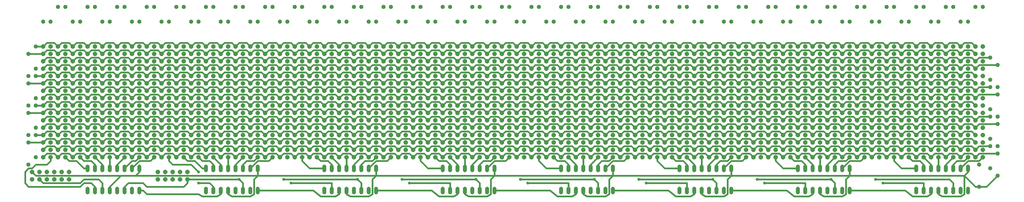
<source format=gtl>
G75*
%MOIN*%
%OFA0B0*%
%FSLAX24Y24*%
%IPPOS*%
%LPD*%
%AMOC8*
5,1,8,0,0,1.08239X$1,22.5*
%
%ADD10C,0.0520*%
%ADD11OC8,0.0600*%
%ADD12OC8,0.0520*%
%ADD13C,0.0240*%
%ADD14C,0.0396*%
D10*
X022492Y007001D02*
X022492Y007521D01*
X023492Y007521D02*
X023492Y007001D01*
X024492Y007001D02*
X024492Y007521D01*
X025492Y007521D02*
X025492Y007001D01*
X026492Y007001D02*
X026492Y007521D01*
X027492Y007521D02*
X027492Y007001D01*
X028492Y007001D02*
X028492Y007521D01*
X029492Y007521D02*
X029492Y007001D01*
X038492Y007001D02*
X038492Y007521D01*
X039492Y007521D02*
X039492Y007001D01*
X040492Y007001D02*
X040492Y007521D01*
X041492Y007521D02*
X041492Y007001D01*
X042492Y007001D02*
X042492Y007521D01*
X043492Y007521D02*
X043492Y007001D01*
X044492Y007001D02*
X044492Y007521D01*
X045492Y007521D02*
X045492Y007001D01*
X054492Y007001D02*
X054492Y007521D01*
X055492Y007521D02*
X055492Y007001D01*
X056492Y007001D02*
X056492Y007521D01*
X057492Y007521D02*
X057492Y007001D01*
X058492Y007001D02*
X058492Y007521D01*
X059492Y007521D02*
X059492Y007001D01*
X060492Y007001D02*
X060492Y007521D01*
X061492Y007521D02*
X061492Y007001D01*
X070492Y007001D02*
X070492Y007521D01*
X071492Y007521D02*
X071492Y007001D01*
X072492Y007001D02*
X072492Y007521D01*
X073492Y007521D02*
X073492Y007001D01*
X074492Y007001D02*
X074492Y007521D01*
X075492Y007521D02*
X075492Y007001D01*
X076492Y007001D02*
X076492Y007521D01*
X077492Y007521D02*
X077492Y007001D01*
X086492Y007001D02*
X086492Y007521D01*
X087492Y007521D02*
X087492Y007001D01*
X088492Y007001D02*
X088492Y007521D01*
X089492Y007521D02*
X089492Y007001D01*
X090492Y007001D02*
X090492Y007521D01*
X091492Y007521D02*
X091492Y007001D01*
X092492Y007001D02*
X092492Y007521D01*
X093492Y007521D02*
X093492Y007001D01*
X102492Y007001D02*
X102492Y007521D01*
X103492Y007521D02*
X103492Y007001D01*
X104492Y007001D02*
X104492Y007521D01*
X105492Y007521D02*
X105492Y007001D01*
X106492Y007001D02*
X106492Y007521D01*
X107492Y007521D02*
X107492Y007001D01*
X108492Y007001D02*
X108492Y007521D01*
X109492Y007521D02*
X109492Y007001D01*
X118492Y007001D02*
X118492Y007521D01*
X119492Y007521D02*
X119492Y007001D01*
X120492Y007001D02*
X120492Y007521D01*
X121492Y007521D02*
X121492Y007001D01*
X122492Y007001D02*
X122492Y007521D01*
X123492Y007521D02*
X123492Y007001D01*
X124492Y007001D02*
X124492Y007521D01*
X125492Y007521D02*
X125492Y007001D01*
X134492Y007001D02*
X134492Y007521D01*
X135492Y007521D02*
X135492Y007001D01*
X136492Y007001D02*
X136492Y007521D01*
X137492Y007521D02*
X137492Y007001D01*
X138492Y007001D02*
X138492Y007521D01*
X139492Y007521D02*
X139492Y007001D01*
X140492Y007001D02*
X140492Y007521D01*
X141492Y007521D02*
X141492Y007001D01*
X141492Y010001D02*
X141492Y010521D01*
X140492Y010521D02*
X140492Y010001D01*
X139492Y010001D02*
X139492Y010521D01*
X138492Y010521D02*
X138492Y010001D01*
X137492Y010001D02*
X137492Y010521D01*
X136492Y010521D02*
X136492Y010001D01*
X135492Y010001D02*
X135492Y010521D01*
X134492Y010521D02*
X134492Y010001D01*
X125492Y010001D02*
X125492Y010521D01*
X124492Y010521D02*
X124492Y010001D01*
X123492Y010001D02*
X123492Y010521D01*
X122492Y010521D02*
X122492Y010001D01*
X121492Y010001D02*
X121492Y010521D01*
X120492Y010521D02*
X120492Y010001D01*
X119492Y010001D02*
X119492Y010521D01*
X118492Y010521D02*
X118492Y010001D01*
X109492Y010001D02*
X109492Y010521D01*
X108492Y010521D02*
X108492Y010001D01*
X107492Y010001D02*
X107492Y010521D01*
X106492Y010521D02*
X106492Y010001D01*
X105492Y010001D02*
X105492Y010521D01*
X104492Y010521D02*
X104492Y010001D01*
X103492Y010001D02*
X103492Y010521D01*
X102492Y010521D02*
X102492Y010001D01*
X093492Y010001D02*
X093492Y010521D01*
X092492Y010521D02*
X092492Y010001D01*
X091492Y010001D02*
X091492Y010521D01*
X090492Y010521D02*
X090492Y010001D01*
X089492Y010001D02*
X089492Y010521D01*
X088492Y010521D02*
X088492Y010001D01*
X087492Y010001D02*
X087492Y010521D01*
X086492Y010521D02*
X086492Y010001D01*
X077492Y010001D02*
X077492Y010521D01*
X076492Y010521D02*
X076492Y010001D01*
X075492Y010001D02*
X075492Y010521D01*
X074492Y010521D02*
X074492Y010001D01*
X073492Y010001D02*
X073492Y010521D01*
X072492Y010521D02*
X072492Y010001D01*
X071492Y010001D02*
X071492Y010521D01*
X070492Y010521D02*
X070492Y010001D01*
X061492Y010001D02*
X061492Y010521D01*
X060492Y010521D02*
X060492Y010001D01*
X059492Y010001D02*
X059492Y010521D01*
X058492Y010521D02*
X058492Y010001D01*
X057492Y010001D02*
X057492Y010521D01*
X056492Y010521D02*
X056492Y010001D01*
X055492Y010001D02*
X055492Y010521D01*
X054492Y010521D02*
X054492Y010001D01*
X045492Y010001D02*
X045492Y010521D01*
X044492Y010521D02*
X044492Y010001D01*
X043492Y010001D02*
X043492Y010521D01*
X042492Y010521D02*
X042492Y010001D01*
X041492Y010001D02*
X041492Y010521D01*
X040492Y010521D02*
X040492Y010001D01*
X039492Y010001D02*
X039492Y010521D01*
X038492Y010521D02*
X038492Y010001D01*
X029492Y010001D02*
X029492Y010521D01*
X028492Y010521D02*
X028492Y010001D01*
X027492Y010001D02*
X027492Y010521D01*
X026492Y010521D02*
X026492Y010001D01*
X025492Y010001D02*
X025492Y010521D01*
X024492Y010521D02*
X024492Y010001D01*
X023492Y010001D02*
X023492Y010521D01*
X022492Y010521D02*
X022492Y010001D01*
D11*
X019992Y009761D03*
X018992Y009761D03*
X017992Y009761D03*
X016992Y009761D03*
X015992Y009761D03*
X014992Y009761D03*
X014992Y008761D03*
X015992Y008761D03*
X016992Y008761D03*
X017992Y008761D03*
X018992Y008761D03*
X019992Y008761D03*
X020492Y011761D03*
X021492Y011761D03*
X022492Y011761D03*
X023492Y011761D03*
X024492Y011761D03*
X025492Y011761D03*
X026492Y011761D03*
X027492Y011761D03*
X028492Y011761D03*
X029492Y011761D03*
X030492Y011761D03*
X031492Y011761D03*
X032492Y011761D03*
X033492Y011761D03*
X034492Y011761D03*
X035492Y011761D03*
X036492Y011761D03*
X037492Y011761D03*
X038492Y011761D03*
X039492Y011761D03*
X040492Y011761D03*
X041492Y011761D03*
X042492Y011761D03*
X043492Y011761D03*
X044492Y011761D03*
X045492Y011761D03*
X046492Y011761D03*
X047492Y011761D03*
X048492Y011761D03*
X049492Y011761D03*
X050492Y011761D03*
X051492Y011761D03*
X052492Y011761D03*
X053492Y011761D03*
X054492Y011761D03*
X055492Y011761D03*
X056492Y011761D03*
X057492Y011761D03*
X058492Y011761D03*
X059492Y011761D03*
X060492Y011761D03*
X061492Y011761D03*
X062492Y011761D03*
X063492Y011761D03*
X064492Y011761D03*
X065492Y011761D03*
X066492Y011761D03*
X067492Y011761D03*
X068492Y011761D03*
X069492Y011761D03*
X070492Y011761D03*
X071492Y011761D03*
X072492Y011761D03*
X073492Y011761D03*
X074492Y011761D03*
X075492Y011761D03*
X076492Y011761D03*
X077492Y011761D03*
X078492Y011761D03*
X079492Y011761D03*
X080492Y011761D03*
X081492Y011761D03*
X082492Y011761D03*
X083492Y011761D03*
X084492Y011761D03*
X085492Y011761D03*
X086492Y011761D03*
X087492Y011761D03*
X088492Y011761D03*
X089492Y011761D03*
X090492Y011761D03*
X091492Y011761D03*
X092492Y011761D03*
X093492Y011761D03*
X094492Y011761D03*
X095492Y011761D03*
X096492Y011761D03*
X097492Y011761D03*
X098492Y011761D03*
X099492Y011761D03*
X100492Y011761D03*
X101492Y011761D03*
X102492Y011761D03*
X103492Y011761D03*
X104492Y011761D03*
X105492Y011761D03*
X106492Y011761D03*
X107492Y011761D03*
X108492Y011761D03*
X109492Y011761D03*
X110492Y011761D03*
X111492Y011761D03*
X112492Y011761D03*
X113492Y011761D03*
X114492Y011761D03*
X115492Y011761D03*
X116492Y011761D03*
X117492Y011761D03*
X118492Y011761D03*
X119492Y011761D03*
X120492Y011761D03*
X121492Y011761D03*
X122492Y011761D03*
X123492Y011761D03*
X124492Y011761D03*
X125492Y011761D03*
X126492Y011761D03*
X127492Y011761D03*
X128492Y011761D03*
X129492Y011761D03*
X130492Y011761D03*
X131492Y011761D03*
X132492Y011761D03*
X133492Y011761D03*
X134492Y011761D03*
X135492Y011761D03*
X136492Y011761D03*
X137492Y011761D03*
X138492Y011761D03*
X139492Y011761D03*
X140492Y011761D03*
X141492Y011761D03*
X142492Y011761D03*
X143492Y011761D03*
X143492Y012761D03*
X142492Y012761D03*
X141492Y012761D03*
X140492Y012761D03*
X139492Y012761D03*
X138492Y012761D03*
X137492Y012761D03*
X136492Y012761D03*
X135492Y012761D03*
X134492Y012761D03*
X133492Y012761D03*
X132492Y012761D03*
X131492Y012761D03*
X130492Y012761D03*
X129492Y012761D03*
X128492Y012761D03*
X127492Y012761D03*
X126492Y012761D03*
X125492Y012761D03*
X124492Y012761D03*
X123492Y012761D03*
X122492Y012761D03*
X121492Y012761D03*
X120492Y012761D03*
X119492Y012761D03*
X118492Y012761D03*
X117492Y012761D03*
X116492Y012761D03*
X115492Y012761D03*
X114492Y012761D03*
X113492Y012761D03*
X112492Y012761D03*
X111492Y012761D03*
X110492Y012761D03*
X109492Y012761D03*
X108492Y012761D03*
X107492Y012761D03*
X106492Y012761D03*
X105492Y012761D03*
X104492Y012761D03*
X103492Y012761D03*
X102492Y012761D03*
X101492Y012761D03*
X100492Y012761D03*
X099492Y012761D03*
X098492Y012761D03*
X097492Y012761D03*
X096492Y012761D03*
X095492Y012761D03*
X094492Y012761D03*
X093492Y012761D03*
X092492Y012761D03*
X091492Y012761D03*
X090492Y012761D03*
X089492Y012761D03*
X088492Y012761D03*
X087492Y012761D03*
X086492Y012761D03*
X085492Y012761D03*
X084492Y012761D03*
X083492Y012761D03*
X082492Y012761D03*
X081492Y012761D03*
X080492Y012761D03*
X079492Y012761D03*
X078492Y012761D03*
X077492Y012761D03*
X076492Y012761D03*
X075492Y012761D03*
X074492Y012761D03*
X073492Y012761D03*
X072492Y012761D03*
X071492Y012761D03*
X070492Y012761D03*
X069492Y012761D03*
X068492Y012761D03*
X067492Y012761D03*
X066492Y012761D03*
X065492Y012761D03*
X064492Y012761D03*
X063492Y012761D03*
X062492Y012761D03*
X061492Y012761D03*
X060492Y012761D03*
X059492Y012761D03*
X058492Y012761D03*
X057492Y012761D03*
X056492Y012761D03*
X055492Y012761D03*
X054492Y012761D03*
X053492Y012761D03*
X052492Y012761D03*
X051492Y012761D03*
X050492Y012761D03*
X049492Y012761D03*
X048492Y012761D03*
X047492Y012761D03*
X046492Y012761D03*
X045492Y012761D03*
X044492Y012761D03*
X043492Y012761D03*
X042492Y012761D03*
X041492Y012761D03*
X040492Y012761D03*
X039492Y012761D03*
X038492Y012761D03*
X037492Y012761D03*
X036492Y012761D03*
X035492Y012761D03*
X034492Y012761D03*
X033492Y012761D03*
X032492Y012761D03*
X031492Y012761D03*
X030492Y012761D03*
X029492Y012761D03*
X028492Y012761D03*
X027492Y012761D03*
X026492Y012761D03*
X025492Y012761D03*
X024492Y012761D03*
X023492Y012761D03*
X022492Y012761D03*
X021492Y012761D03*
X020492Y012761D03*
X019492Y012761D03*
X018492Y012761D03*
X017492Y012761D03*
X016492Y012761D03*
X016492Y011761D03*
X017492Y011761D03*
X018492Y011761D03*
X019492Y011761D03*
X019492Y013761D03*
X020492Y013761D03*
X021492Y013761D03*
X022492Y013761D03*
X023492Y013761D03*
X024492Y013761D03*
X025492Y013761D03*
X026492Y013761D03*
X027492Y013761D03*
X028492Y013761D03*
X029492Y013761D03*
X030492Y013761D03*
X031492Y013761D03*
X032492Y013761D03*
X033492Y013761D03*
X034492Y013761D03*
X035492Y013761D03*
X036492Y013761D03*
X037492Y013761D03*
X038492Y013761D03*
X039492Y013761D03*
X040492Y013761D03*
X041492Y013761D03*
X042492Y013761D03*
X043492Y013761D03*
X044492Y013761D03*
X045492Y013761D03*
X046492Y013761D03*
X047492Y013761D03*
X048492Y013761D03*
X049492Y013761D03*
X050492Y013761D03*
X051492Y013761D03*
X052492Y013761D03*
X053492Y013761D03*
X054492Y013761D03*
X055492Y013761D03*
X056492Y013761D03*
X057492Y013761D03*
X058492Y013761D03*
X059492Y013761D03*
X060492Y013761D03*
X061492Y013761D03*
X062492Y013761D03*
X063492Y013761D03*
X064492Y013761D03*
X065492Y013761D03*
X066492Y013761D03*
X067492Y013761D03*
X068492Y013761D03*
X069492Y013761D03*
X070492Y013761D03*
X071492Y013761D03*
X072492Y013761D03*
X073492Y013761D03*
X074492Y013761D03*
X075492Y013761D03*
X076492Y013761D03*
X077492Y013761D03*
X078492Y013761D03*
X079492Y013761D03*
X080492Y013761D03*
X081492Y013761D03*
X082492Y013761D03*
X083492Y013761D03*
X084492Y013761D03*
X085492Y013761D03*
X086492Y013761D03*
X087492Y013761D03*
X088492Y013761D03*
X089492Y013761D03*
X090492Y013761D03*
X091492Y013761D03*
X092492Y013761D03*
X093492Y013761D03*
X094492Y013761D03*
X095492Y013761D03*
X096492Y013761D03*
X097492Y013761D03*
X098492Y013761D03*
X099492Y013761D03*
X100492Y013761D03*
X101492Y013761D03*
X102492Y013761D03*
X103492Y013761D03*
X104492Y013761D03*
X105492Y013761D03*
X106492Y013761D03*
X107492Y013761D03*
X108492Y013761D03*
X109492Y013761D03*
X110492Y013761D03*
X111492Y013761D03*
X112492Y013761D03*
X113492Y013761D03*
X114492Y013761D03*
X115492Y013761D03*
X116492Y013761D03*
X117492Y013761D03*
X118492Y013761D03*
X119492Y013761D03*
X120492Y013761D03*
X121492Y013761D03*
X122492Y013761D03*
X123492Y013761D03*
X124492Y013761D03*
X125492Y013761D03*
X126492Y013761D03*
X127492Y013761D03*
X128492Y013761D03*
X129492Y013761D03*
X130492Y013761D03*
X131492Y013761D03*
X132492Y013761D03*
X133492Y013761D03*
X134492Y013761D03*
X135492Y013761D03*
X136492Y013761D03*
X137492Y013761D03*
X138492Y013761D03*
X139492Y013761D03*
X140492Y013761D03*
X141492Y013761D03*
X142492Y013761D03*
X143492Y013761D03*
X143492Y014761D03*
X142492Y014761D03*
X141492Y014761D03*
X140492Y014761D03*
X139492Y014761D03*
X138492Y014761D03*
X137492Y014761D03*
X136492Y014761D03*
X135492Y014761D03*
X134492Y014761D03*
X133492Y014761D03*
X132492Y014761D03*
X131492Y014761D03*
X130492Y014761D03*
X129492Y014761D03*
X128492Y014761D03*
X127492Y014761D03*
X126492Y014761D03*
X125492Y014761D03*
X124492Y014761D03*
X123492Y014761D03*
X122492Y014761D03*
X121492Y014761D03*
X120492Y014761D03*
X119492Y014761D03*
X118492Y014761D03*
X117492Y014761D03*
X116492Y014761D03*
X115492Y014761D03*
X114492Y014761D03*
X113492Y014761D03*
X112492Y014761D03*
X111492Y014761D03*
X110492Y014761D03*
X109492Y014761D03*
X108492Y014761D03*
X107492Y014761D03*
X106492Y014761D03*
X105492Y014761D03*
X104492Y014761D03*
X103492Y014761D03*
X102492Y014761D03*
X101492Y014761D03*
X100492Y014761D03*
X099492Y014761D03*
X098492Y014761D03*
X097492Y014761D03*
X096492Y014761D03*
X095492Y014761D03*
X094492Y014761D03*
X093492Y014761D03*
X092492Y014761D03*
X091492Y014761D03*
X090492Y014761D03*
X089492Y014761D03*
X088492Y014761D03*
X087492Y014761D03*
X086492Y014761D03*
X085492Y014761D03*
X084492Y014761D03*
X083492Y014761D03*
X082492Y014761D03*
X081492Y014761D03*
X080492Y014761D03*
X079492Y014761D03*
X078492Y014761D03*
X077492Y014761D03*
X076492Y014761D03*
X075492Y014761D03*
X074492Y014761D03*
X073492Y014761D03*
X072492Y014761D03*
X071492Y014761D03*
X070492Y014761D03*
X069492Y014761D03*
X068492Y014761D03*
X067492Y014761D03*
X066492Y014761D03*
X065492Y014761D03*
X064492Y014761D03*
X063492Y014761D03*
X062492Y014761D03*
X061492Y014761D03*
X060492Y014761D03*
X059492Y014761D03*
X058492Y014761D03*
X057492Y014761D03*
X056492Y014761D03*
X055492Y014761D03*
X054492Y014761D03*
X053492Y014761D03*
X052492Y014761D03*
X051492Y014761D03*
X050492Y014761D03*
X049492Y014761D03*
X048492Y014761D03*
X047492Y014761D03*
X046492Y014761D03*
X045492Y014761D03*
X044492Y014761D03*
X043492Y014761D03*
X042492Y014761D03*
X041492Y014761D03*
X040492Y014761D03*
X039492Y014761D03*
X038492Y014761D03*
X037492Y014761D03*
X036492Y014761D03*
X035492Y014761D03*
X034492Y014761D03*
X033492Y014761D03*
X032492Y014761D03*
X031492Y014761D03*
X030492Y014761D03*
X029492Y014761D03*
X028492Y014761D03*
X027492Y014761D03*
X026492Y014761D03*
X025492Y014761D03*
X024492Y014761D03*
X023492Y014761D03*
X022492Y014761D03*
X021492Y014761D03*
X020492Y014761D03*
X019492Y014761D03*
X018492Y014761D03*
X017492Y014761D03*
X016492Y014761D03*
X016492Y013761D03*
X017492Y013761D03*
X018492Y013761D03*
X018492Y015761D03*
X019492Y015761D03*
X020492Y015761D03*
X021492Y015761D03*
X022492Y015761D03*
X023492Y015761D03*
X024492Y015761D03*
X025492Y015761D03*
X026492Y015761D03*
X027492Y015761D03*
X028492Y015761D03*
X029492Y015761D03*
X030492Y015761D03*
X031492Y015761D03*
X032492Y015761D03*
X033492Y015761D03*
X034492Y015761D03*
X035492Y015761D03*
X036492Y015761D03*
X037492Y015761D03*
X038492Y015761D03*
X039492Y015761D03*
X040492Y015761D03*
X041492Y015761D03*
X042492Y015761D03*
X043492Y015761D03*
X044492Y015761D03*
X045492Y015761D03*
X046492Y015761D03*
X047492Y015761D03*
X048492Y015761D03*
X049492Y015761D03*
X050492Y015761D03*
X051492Y015761D03*
X052492Y015761D03*
X053492Y015761D03*
X054492Y015761D03*
X055492Y015761D03*
X056492Y015761D03*
X057492Y015761D03*
X058492Y015761D03*
X059492Y015761D03*
X060492Y015761D03*
X061492Y015761D03*
X062492Y015761D03*
X063492Y015761D03*
X064492Y015761D03*
X065492Y015761D03*
X066492Y015761D03*
X067492Y015761D03*
X068492Y015761D03*
X069492Y015761D03*
X070492Y015761D03*
X071492Y015761D03*
X072492Y015761D03*
X073492Y015761D03*
X074492Y015761D03*
X075492Y015761D03*
X076492Y015761D03*
X077492Y015761D03*
X078492Y015761D03*
X079492Y015761D03*
X080492Y015761D03*
X081492Y015761D03*
X082492Y015761D03*
X083492Y015761D03*
X084492Y015761D03*
X085492Y015761D03*
X086492Y015761D03*
X087492Y015761D03*
X088492Y015761D03*
X089492Y015761D03*
X090492Y015761D03*
X091492Y015761D03*
X092492Y015761D03*
X093492Y015761D03*
X094492Y015761D03*
X095492Y015761D03*
X096492Y015761D03*
X097492Y015761D03*
X098492Y015761D03*
X099492Y015761D03*
X100492Y015761D03*
X101492Y015761D03*
X102492Y015761D03*
X103492Y015761D03*
X104492Y015761D03*
X105492Y015761D03*
X106492Y015761D03*
X107492Y015761D03*
X108492Y015761D03*
X109492Y015761D03*
X110492Y015761D03*
X111492Y015761D03*
X112492Y015761D03*
X113492Y015761D03*
X114492Y015761D03*
X115492Y015761D03*
X116492Y015761D03*
X117492Y015761D03*
X118492Y015761D03*
X119492Y015761D03*
X120492Y015761D03*
X121492Y015761D03*
X122492Y015761D03*
X123492Y015761D03*
X124492Y015761D03*
X125492Y015761D03*
X126492Y015761D03*
X127492Y015761D03*
X128492Y015761D03*
X129492Y015761D03*
X130492Y015761D03*
X131492Y015761D03*
X132492Y015761D03*
X133492Y015761D03*
X134492Y015761D03*
X135492Y015761D03*
X136492Y015761D03*
X137492Y015761D03*
X138492Y015761D03*
X139492Y015761D03*
X140492Y015761D03*
X141492Y015761D03*
X142492Y015761D03*
X143492Y015761D03*
X143492Y016761D03*
X142492Y016761D03*
X141492Y016761D03*
X140492Y016761D03*
X139492Y016761D03*
X138492Y016761D03*
X137492Y016761D03*
X136492Y016761D03*
X135492Y016761D03*
X134492Y016761D03*
X133492Y016761D03*
X132492Y016761D03*
X131492Y016761D03*
X130492Y016761D03*
X129492Y016761D03*
X128492Y016761D03*
X127492Y016761D03*
X126492Y016761D03*
X125492Y016761D03*
X124492Y016761D03*
X123492Y016761D03*
X122492Y016761D03*
X121492Y016761D03*
X120492Y016761D03*
X119492Y016761D03*
X118492Y016761D03*
X117492Y016761D03*
X116492Y016761D03*
X115492Y016761D03*
X114492Y016761D03*
X113492Y016761D03*
X112492Y016761D03*
X111492Y016761D03*
X110492Y016761D03*
X109492Y016761D03*
X108492Y016761D03*
X107492Y016761D03*
X106492Y016761D03*
X105492Y016761D03*
X104492Y016761D03*
X103492Y016761D03*
X102492Y016761D03*
X101492Y016761D03*
X100492Y016761D03*
X099492Y016761D03*
X098492Y016761D03*
X097492Y016761D03*
X096492Y016761D03*
X095492Y016761D03*
X094492Y016761D03*
X093492Y016761D03*
X092492Y016761D03*
X091492Y016761D03*
X090492Y016761D03*
X089492Y016761D03*
X088492Y016761D03*
X087492Y016761D03*
X086492Y016761D03*
X085492Y016761D03*
X084492Y016761D03*
X083492Y016761D03*
X082492Y016761D03*
X081492Y016761D03*
X080492Y016761D03*
X079492Y016761D03*
X078492Y016761D03*
X077492Y016761D03*
X076492Y016761D03*
X075492Y016761D03*
X074492Y016761D03*
X073492Y016761D03*
X072492Y016761D03*
X071492Y016761D03*
X070492Y016761D03*
X069492Y016761D03*
X068492Y016761D03*
X067492Y016761D03*
X066492Y016761D03*
X065492Y016761D03*
X064492Y016761D03*
X063492Y016761D03*
X062492Y016761D03*
X061492Y016761D03*
X060492Y016761D03*
X059492Y016761D03*
X058492Y016761D03*
X057492Y016761D03*
X056492Y016761D03*
X055492Y016761D03*
X054492Y016761D03*
X053492Y016761D03*
X052492Y016761D03*
X051492Y016761D03*
X050492Y016761D03*
X049492Y016761D03*
X048492Y016761D03*
X047492Y016761D03*
X046492Y016761D03*
X045492Y016761D03*
X044492Y016761D03*
X043492Y016761D03*
X042492Y016761D03*
X041492Y016761D03*
X040492Y016761D03*
X039492Y016761D03*
X038492Y016761D03*
X037492Y016761D03*
X036492Y016761D03*
X035492Y016761D03*
X034492Y016761D03*
X033492Y016761D03*
X032492Y016761D03*
X031492Y016761D03*
X030492Y016761D03*
X029492Y016761D03*
X028492Y016761D03*
X027492Y016761D03*
X026492Y016761D03*
X025492Y016761D03*
X024492Y016761D03*
X023492Y016761D03*
X022492Y016761D03*
X021492Y016761D03*
X020492Y016761D03*
X019492Y016761D03*
X018492Y016761D03*
X017492Y016761D03*
X016492Y016761D03*
X016492Y015761D03*
X017492Y015761D03*
X017492Y017761D03*
X018492Y017761D03*
X019492Y017761D03*
X020492Y017761D03*
X021492Y017761D03*
X022492Y017761D03*
X023492Y017761D03*
X024492Y017761D03*
X025492Y017761D03*
X026492Y017761D03*
X027492Y017761D03*
X028492Y017761D03*
X029492Y017761D03*
X030492Y017761D03*
X031492Y017761D03*
X032492Y017761D03*
X033492Y017761D03*
X034492Y017761D03*
X035492Y017761D03*
X036492Y017761D03*
X037492Y017761D03*
X038492Y017761D03*
X039492Y017761D03*
X040492Y017761D03*
X041492Y017761D03*
X042492Y017761D03*
X043492Y017761D03*
X044492Y017761D03*
X045492Y017761D03*
X046492Y017761D03*
X047492Y017761D03*
X048492Y017761D03*
X049492Y017761D03*
X050492Y017761D03*
X051492Y017761D03*
X052492Y017761D03*
X053492Y017761D03*
X054492Y017761D03*
X055492Y017761D03*
X056492Y017761D03*
X057492Y017761D03*
X058492Y017761D03*
X059492Y017761D03*
X060492Y017761D03*
X061492Y017761D03*
X062492Y017761D03*
X063492Y017761D03*
X064492Y017761D03*
X065492Y017761D03*
X066492Y017761D03*
X067492Y017761D03*
X068492Y017761D03*
X069492Y017761D03*
X070492Y017761D03*
X071492Y017761D03*
X072492Y017761D03*
X073492Y017761D03*
X074492Y017761D03*
X075492Y017761D03*
X076492Y017761D03*
X077492Y017761D03*
X078492Y017761D03*
X079492Y017761D03*
X080492Y017761D03*
X081492Y017761D03*
X082492Y017761D03*
X083492Y017761D03*
X084492Y017761D03*
X085492Y017761D03*
X086492Y017761D03*
X087492Y017761D03*
X088492Y017761D03*
X089492Y017761D03*
X090492Y017761D03*
X091492Y017761D03*
X092492Y017761D03*
X093492Y017761D03*
X094492Y017761D03*
X095492Y017761D03*
X096492Y017761D03*
X097492Y017761D03*
X098492Y017761D03*
X099492Y017761D03*
X100492Y017761D03*
X101492Y017761D03*
X102492Y017761D03*
X103492Y017761D03*
X104492Y017761D03*
X105492Y017761D03*
X106492Y017761D03*
X107492Y017761D03*
X108492Y017761D03*
X109492Y017761D03*
X110492Y017761D03*
X111492Y017761D03*
X112492Y017761D03*
X113492Y017761D03*
X114492Y017761D03*
X115492Y017761D03*
X116492Y017761D03*
X117492Y017761D03*
X118492Y017761D03*
X119492Y017761D03*
X120492Y017761D03*
X121492Y017761D03*
X122492Y017761D03*
X123492Y017761D03*
X124492Y017761D03*
X125492Y017761D03*
X126492Y017761D03*
X127492Y017761D03*
X128492Y017761D03*
X129492Y017761D03*
X130492Y017761D03*
X131492Y017761D03*
X132492Y017761D03*
X133492Y017761D03*
X134492Y017761D03*
X135492Y017761D03*
X136492Y017761D03*
X137492Y017761D03*
X138492Y017761D03*
X139492Y017761D03*
X140492Y017761D03*
X141492Y017761D03*
X142492Y017761D03*
X143492Y017761D03*
X143492Y018761D03*
X142492Y018761D03*
X141492Y018761D03*
X140492Y018761D03*
X139492Y018761D03*
X138492Y018761D03*
X137492Y018761D03*
X136492Y018761D03*
X135492Y018761D03*
X134492Y018761D03*
X133492Y018761D03*
X132492Y018761D03*
X131492Y018761D03*
X130492Y018761D03*
X129492Y018761D03*
X128492Y018761D03*
X127492Y018761D03*
X126492Y018761D03*
X125492Y018761D03*
X124492Y018761D03*
X123492Y018761D03*
X122492Y018761D03*
X121492Y018761D03*
X120492Y018761D03*
X119492Y018761D03*
X118492Y018761D03*
X117492Y018761D03*
X116492Y018761D03*
X115492Y018761D03*
X114492Y018761D03*
X113492Y018761D03*
X112492Y018761D03*
X111492Y018761D03*
X110492Y018761D03*
X109492Y018761D03*
X108492Y018761D03*
X107492Y018761D03*
X106492Y018761D03*
X105492Y018761D03*
X104492Y018761D03*
X103492Y018761D03*
X102492Y018761D03*
X101492Y018761D03*
X100492Y018761D03*
X099492Y018761D03*
X098492Y018761D03*
X097492Y018761D03*
X096492Y018761D03*
X095492Y018761D03*
X094492Y018761D03*
X093492Y018761D03*
X092492Y018761D03*
X091492Y018761D03*
X090492Y018761D03*
X089492Y018761D03*
X088492Y018761D03*
X087492Y018761D03*
X086492Y018761D03*
X085492Y018761D03*
X084492Y018761D03*
X083492Y018761D03*
X082492Y018761D03*
X081492Y018761D03*
X080492Y018761D03*
X079492Y018761D03*
X078492Y018761D03*
X077492Y018761D03*
X076492Y018761D03*
X075492Y018761D03*
X074492Y018761D03*
X073492Y018761D03*
X072492Y018761D03*
X071492Y018761D03*
X070492Y018761D03*
X069492Y018761D03*
X068492Y018761D03*
X067492Y018761D03*
X066492Y018761D03*
X065492Y018761D03*
X064492Y018761D03*
X063492Y018761D03*
X062492Y018761D03*
X061492Y018761D03*
X060492Y018761D03*
X059492Y018761D03*
X058492Y018761D03*
X057492Y018761D03*
X056492Y018761D03*
X055492Y018761D03*
X054492Y018761D03*
X053492Y018761D03*
X052492Y018761D03*
X051492Y018761D03*
X050492Y018761D03*
X049492Y018761D03*
X048492Y018761D03*
X047492Y018761D03*
X046492Y018761D03*
X045492Y018761D03*
X044492Y018761D03*
X043492Y018761D03*
X042492Y018761D03*
X041492Y018761D03*
X040492Y018761D03*
X039492Y018761D03*
X038492Y018761D03*
X037492Y018761D03*
X036492Y018761D03*
X035492Y018761D03*
X034492Y018761D03*
X033492Y018761D03*
X032492Y018761D03*
X031492Y018761D03*
X030492Y018761D03*
X029492Y018761D03*
X028492Y018761D03*
X027492Y018761D03*
X026492Y018761D03*
X025492Y018761D03*
X024492Y018761D03*
X023492Y018761D03*
X022492Y018761D03*
X021492Y018761D03*
X020492Y018761D03*
X019492Y018761D03*
X018492Y018761D03*
X017492Y018761D03*
X016492Y018761D03*
X016492Y017761D03*
X016492Y019761D03*
X017492Y019761D03*
X018492Y019761D03*
X019492Y019761D03*
X020492Y019761D03*
X021492Y019761D03*
X022492Y019761D03*
X023492Y019761D03*
X024492Y019761D03*
X025492Y019761D03*
X026492Y019761D03*
X027492Y019761D03*
X028492Y019761D03*
X029492Y019761D03*
X030492Y019761D03*
X031492Y019761D03*
X032492Y019761D03*
X033492Y019761D03*
X034492Y019761D03*
X035492Y019761D03*
X036492Y019761D03*
X037492Y019761D03*
X038492Y019761D03*
X039492Y019761D03*
X040492Y019761D03*
X041492Y019761D03*
X042492Y019761D03*
X043492Y019761D03*
X044492Y019761D03*
X045492Y019761D03*
X046492Y019761D03*
X047492Y019761D03*
X048492Y019761D03*
X049492Y019761D03*
X050492Y019761D03*
X051492Y019761D03*
X052492Y019761D03*
X053492Y019761D03*
X054492Y019761D03*
X055492Y019761D03*
X056492Y019761D03*
X057492Y019761D03*
X058492Y019761D03*
X059492Y019761D03*
X060492Y019761D03*
X061492Y019761D03*
X062492Y019761D03*
X063492Y019761D03*
X064492Y019761D03*
X065492Y019761D03*
X066492Y019761D03*
X067492Y019761D03*
X068492Y019761D03*
X069492Y019761D03*
X070492Y019761D03*
X071492Y019761D03*
X072492Y019761D03*
X073492Y019761D03*
X074492Y019761D03*
X075492Y019761D03*
X076492Y019761D03*
X077492Y019761D03*
X078492Y019761D03*
X079492Y019761D03*
X080492Y019761D03*
X081492Y019761D03*
X082492Y019761D03*
X083492Y019761D03*
X084492Y019761D03*
X085492Y019761D03*
X086492Y019761D03*
X087492Y019761D03*
X088492Y019761D03*
X089492Y019761D03*
X090492Y019761D03*
X091492Y019761D03*
X092492Y019761D03*
X093492Y019761D03*
X094492Y019761D03*
X095492Y019761D03*
X096492Y019761D03*
X097492Y019761D03*
X098492Y019761D03*
X099492Y019761D03*
X100492Y019761D03*
X101492Y019761D03*
X102492Y019761D03*
X103492Y019761D03*
X104492Y019761D03*
X105492Y019761D03*
X106492Y019761D03*
X107492Y019761D03*
X108492Y019761D03*
X109492Y019761D03*
X110492Y019761D03*
X111492Y019761D03*
X112492Y019761D03*
X113492Y019761D03*
X114492Y019761D03*
X115492Y019761D03*
X116492Y019761D03*
X117492Y019761D03*
X118492Y019761D03*
X119492Y019761D03*
X120492Y019761D03*
X121492Y019761D03*
X122492Y019761D03*
X123492Y019761D03*
X124492Y019761D03*
X125492Y019761D03*
X126492Y019761D03*
X127492Y019761D03*
X128492Y019761D03*
X129492Y019761D03*
X130492Y019761D03*
X131492Y019761D03*
X132492Y019761D03*
X133492Y019761D03*
X134492Y019761D03*
X135492Y019761D03*
X136492Y019761D03*
X137492Y019761D03*
X138492Y019761D03*
X139492Y019761D03*
X140492Y019761D03*
X141492Y019761D03*
X142492Y019761D03*
X143492Y019761D03*
X143492Y020761D03*
X142492Y020761D03*
X141492Y020761D03*
X140492Y020761D03*
X139492Y020761D03*
X138492Y020761D03*
X137492Y020761D03*
X136492Y020761D03*
X135492Y020761D03*
X134492Y020761D03*
X133492Y020761D03*
X132492Y020761D03*
X131492Y020761D03*
X130492Y020761D03*
X129492Y020761D03*
X128492Y020761D03*
X127492Y020761D03*
X126492Y020761D03*
X125492Y020761D03*
X124492Y020761D03*
X123492Y020761D03*
X122492Y020761D03*
X121492Y020761D03*
X120492Y020761D03*
X119492Y020761D03*
X118492Y020761D03*
X117492Y020761D03*
X116492Y020761D03*
X115492Y020761D03*
X114492Y020761D03*
X113492Y020761D03*
X112492Y020761D03*
X111492Y020761D03*
X110492Y020761D03*
X109492Y020761D03*
X108492Y020761D03*
X107492Y020761D03*
X106492Y020761D03*
X105492Y020761D03*
X104492Y020761D03*
X103492Y020761D03*
X102492Y020761D03*
X101492Y020761D03*
X100492Y020761D03*
X099492Y020761D03*
X098492Y020761D03*
X097492Y020761D03*
X096492Y020761D03*
X095492Y020761D03*
X094492Y020761D03*
X093492Y020761D03*
X092492Y020761D03*
X091492Y020761D03*
X090492Y020761D03*
X089492Y020761D03*
X088492Y020761D03*
X087492Y020761D03*
X086492Y020761D03*
X085492Y020761D03*
X084492Y020761D03*
X083492Y020761D03*
X082492Y020761D03*
X081492Y020761D03*
X080492Y020761D03*
X079492Y020761D03*
X078492Y020761D03*
X077492Y020761D03*
X076492Y020761D03*
X075492Y020761D03*
X074492Y020761D03*
X073492Y020761D03*
X072492Y020761D03*
X071492Y020761D03*
X070492Y020761D03*
X069492Y020761D03*
X068492Y020761D03*
X067492Y020761D03*
X066492Y020761D03*
X065492Y020761D03*
X064492Y020761D03*
X063492Y020761D03*
X062492Y020761D03*
X061492Y020761D03*
X060492Y020761D03*
X059492Y020761D03*
X058492Y020761D03*
X057492Y020761D03*
X056492Y020761D03*
X055492Y020761D03*
X054492Y020761D03*
X053492Y020761D03*
X052492Y020761D03*
X051492Y020761D03*
X050492Y020761D03*
X049492Y020761D03*
X048492Y020761D03*
X047492Y020761D03*
X046492Y020761D03*
X045492Y020761D03*
X044492Y020761D03*
X043492Y020761D03*
X042492Y020761D03*
X041492Y020761D03*
X040492Y020761D03*
X039492Y020761D03*
X038492Y020761D03*
X037492Y020761D03*
X036492Y020761D03*
X035492Y020761D03*
X034492Y020761D03*
X033492Y020761D03*
X032492Y020761D03*
X031492Y020761D03*
X030492Y020761D03*
X029492Y020761D03*
X028492Y020761D03*
X027492Y020761D03*
X026492Y020761D03*
X025492Y020761D03*
X024492Y020761D03*
X023492Y020761D03*
X022492Y020761D03*
X021492Y020761D03*
X020492Y020761D03*
X019492Y020761D03*
X018492Y020761D03*
X017492Y020761D03*
X016492Y020761D03*
X016492Y021761D03*
X017492Y021761D03*
X018492Y021761D03*
X019492Y021761D03*
X020492Y021761D03*
X021492Y021761D03*
X022492Y021761D03*
X023492Y021761D03*
X024492Y021761D03*
X025492Y021761D03*
X026492Y021761D03*
X027492Y021761D03*
X028492Y021761D03*
X029492Y021761D03*
X030492Y021761D03*
X031492Y021761D03*
X032492Y021761D03*
X033492Y021761D03*
X034492Y021761D03*
X035492Y021761D03*
X036492Y021761D03*
X037492Y021761D03*
X038492Y021761D03*
X039492Y021761D03*
X040492Y021761D03*
X041492Y021761D03*
X042492Y021761D03*
X043492Y021761D03*
X044492Y021761D03*
X045492Y021761D03*
X046492Y021761D03*
X047492Y021761D03*
X048492Y021761D03*
X049492Y021761D03*
X050492Y021761D03*
X051492Y021761D03*
X052492Y021761D03*
X053492Y021761D03*
X054492Y021761D03*
X055492Y021761D03*
X056492Y021761D03*
X057492Y021761D03*
X058492Y021761D03*
X059492Y021761D03*
X060492Y021761D03*
X061492Y021761D03*
X062492Y021761D03*
X063492Y021761D03*
X064492Y021761D03*
X065492Y021761D03*
X066492Y021761D03*
X067492Y021761D03*
X068492Y021761D03*
X069492Y021761D03*
X070492Y021761D03*
X071492Y021761D03*
X072492Y021761D03*
X073492Y021761D03*
X074492Y021761D03*
X075492Y021761D03*
X076492Y021761D03*
X077492Y021761D03*
X078492Y021761D03*
X079492Y021761D03*
X080492Y021761D03*
X081492Y021761D03*
X082492Y021761D03*
X083492Y021761D03*
X084492Y021761D03*
X085492Y021761D03*
X086492Y021761D03*
X087492Y021761D03*
X088492Y021761D03*
X089492Y021761D03*
X090492Y021761D03*
X091492Y021761D03*
X092492Y021761D03*
X093492Y021761D03*
X094492Y021761D03*
X095492Y021761D03*
X096492Y021761D03*
X097492Y021761D03*
X098492Y021761D03*
X099492Y021761D03*
X100492Y021761D03*
X101492Y021761D03*
X102492Y021761D03*
X103492Y021761D03*
X104492Y021761D03*
X105492Y021761D03*
X106492Y021761D03*
X107492Y021761D03*
X108492Y021761D03*
X109492Y021761D03*
X110492Y021761D03*
X111492Y021761D03*
X112492Y021761D03*
X113492Y021761D03*
X114492Y021761D03*
X115492Y021761D03*
X116492Y021761D03*
X117492Y021761D03*
X118492Y021761D03*
X119492Y021761D03*
X120492Y021761D03*
X121492Y021761D03*
X122492Y021761D03*
X123492Y021761D03*
X124492Y021761D03*
X125492Y021761D03*
X126492Y021761D03*
X127492Y021761D03*
X128492Y021761D03*
X129492Y021761D03*
X130492Y021761D03*
X131492Y021761D03*
X132492Y021761D03*
X133492Y021761D03*
X134492Y021761D03*
X135492Y021761D03*
X136492Y021761D03*
X137492Y021761D03*
X138492Y021761D03*
X139492Y021761D03*
X140492Y021761D03*
X141492Y021761D03*
X142492Y021761D03*
X143492Y021761D03*
X143492Y022761D03*
X142492Y022761D03*
X141492Y022761D03*
X140492Y022761D03*
X139492Y022761D03*
X138492Y022761D03*
X137492Y022761D03*
X136492Y022761D03*
X135492Y022761D03*
X134492Y022761D03*
X133492Y022761D03*
X132492Y022761D03*
X131492Y022761D03*
X130492Y022761D03*
X129492Y022761D03*
X128492Y022761D03*
X127492Y022761D03*
X126492Y022761D03*
X125492Y022761D03*
X124492Y022761D03*
X123492Y022761D03*
X122492Y022761D03*
X121492Y022761D03*
X120492Y022761D03*
X119492Y022761D03*
X118492Y022761D03*
X117492Y022761D03*
X116492Y022761D03*
X115492Y022761D03*
X114492Y022761D03*
X113492Y022761D03*
X112492Y022761D03*
X111492Y022761D03*
X110492Y022761D03*
X109492Y022761D03*
X108492Y022761D03*
X107492Y022761D03*
X106492Y022761D03*
X105492Y022761D03*
X104492Y022761D03*
X103492Y022761D03*
X102492Y022761D03*
X101492Y022761D03*
X100492Y022761D03*
X099492Y022761D03*
X098492Y022761D03*
X097492Y022761D03*
X096492Y022761D03*
X095492Y022761D03*
X094492Y022761D03*
X093492Y022761D03*
X092492Y022761D03*
X091492Y022761D03*
X090492Y022761D03*
X089492Y022761D03*
X088492Y022761D03*
X087492Y022761D03*
X086492Y022761D03*
X085492Y022761D03*
X084492Y022761D03*
X083492Y022761D03*
X082492Y022761D03*
X081492Y022761D03*
X080492Y022761D03*
X079492Y022761D03*
X078492Y022761D03*
X077492Y022761D03*
X076492Y022761D03*
X075492Y022761D03*
X074492Y022761D03*
X073492Y022761D03*
X072492Y022761D03*
X071492Y022761D03*
X070492Y022761D03*
X069492Y022761D03*
X068492Y022761D03*
X067492Y022761D03*
X066492Y022761D03*
X065492Y022761D03*
X064492Y022761D03*
X063492Y022761D03*
X062492Y022761D03*
X061492Y022761D03*
X060492Y022761D03*
X059492Y022761D03*
X058492Y022761D03*
X057492Y022761D03*
X056492Y022761D03*
X055492Y022761D03*
X054492Y022761D03*
X053492Y022761D03*
X052492Y022761D03*
X051492Y022761D03*
X050492Y022761D03*
X049492Y022761D03*
X048492Y022761D03*
X047492Y022761D03*
X046492Y022761D03*
X045492Y022761D03*
X044492Y022761D03*
X043492Y022761D03*
X042492Y022761D03*
X041492Y022761D03*
X040492Y022761D03*
X039492Y022761D03*
X038492Y022761D03*
X037492Y022761D03*
X036492Y022761D03*
X035492Y022761D03*
X034492Y022761D03*
X033492Y022761D03*
X032492Y022761D03*
X031492Y022761D03*
X030492Y022761D03*
X029492Y022761D03*
X028492Y022761D03*
X027492Y022761D03*
X026492Y022761D03*
X025492Y022761D03*
X024492Y022761D03*
X023492Y022761D03*
X022492Y022761D03*
X021492Y022761D03*
X020492Y022761D03*
X019492Y022761D03*
X018492Y022761D03*
X017492Y022761D03*
X016492Y022761D03*
X016492Y023761D03*
X017492Y023761D03*
X018492Y023761D03*
X019492Y023761D03*
X020492Y023761D03*
X021492Y023761D03*
X022492Y023761D03*
X023492Y023761D03*
X024492Y023761D03*
X025492Y023761D03*
X026492Y023761D03*
X027492Y023761D03*
X028492Y023761D03*
X029492Y023761D03*
X030492Y023761D03*
X031492Y023761D03*
X032492Y023761D03*
X033492Y023761D03*
X034492Y023761D03*
X035492Y023761D03*
X036492Y023761D03*
X037492Y023761D03*
X038492Y023761D03*
X039492Y023761D03*
X040492Y023761D03*
X041492Y023761D03*
X042492Y023761D03*
X043492Y023761D03*
X044492Y023761D03*
X045492Y023761D03*
X046492Y023761D03*
X047492Y023761D03*
X048492Y023761D03*
X049492Y023761D03*
X050492Y023761D03*
X051492Y023761D03*
X052492Y023761D03*
X053492Y023761D03*
X054492Y023761D03*
X055492Y023761D03*
X056492Y023761D03*
X057492Y023761D03*
X058492Y023761D03*
X059492Y023761D03*
X060492Y023761D03*
X061492Y023761D03*
X062492Y023761D03*
X063492Y023761D03*
X064492Y023761D03*
X065492Y023761D03*
X066492Y023761D03*
X067492Y023761D03*
X068492Y023761D03*
X069492Y023761D03*
X070492Y023761D03*
X071492Y023761D03*
X072492Y023761D03*
X073492Y023761D03*
X074492Y023761D03*
X075492Y023761D03*
X076492Y023761D03*
X077492Y023761D03*
X078492Y023761D03*
X079492Y023761D03*
X080492Y023761D03*
X081492Y023761D03*
X082492Y023761D03*
X083492Y023761D03*
X084492Y023761D03*
X085492Y023761D03*
X086492Y023761D03*
X087492Y023761D03*
X088492Y023761D03*
X089492Y023761D03*
X090492Y023761D03*
X091492Y023761D03*
X092492Y023761D03*
X093492Y023761D03*
X094492Y023761D03*
X095492Y023761D03*
X096492Y023761D03*
X097492Y023761D03*
X098492Y023761D03*
X099492Y023761D03*
X100492Y023761D03*
X101492Y023761D03*
X102492Y023761D03*
X103492Y023761D03*
X104492Y023761D03*
X105492Y023761D03*
X106492Y023761D03*
X107492Y023761D03*
X108492Y023761D03*
X109492Y023761D03*
X110492Y023761D03*
X111492Y023761D03*
X112492Y023761D03*
X113492Y023761D03*
X114492Y023761D03*
X115492Y023761D03*
X116492Y023761D03*
X117492Y023761D03*
X118492Y023761D03*
X119492Y023761D03*
X120492Y023761D03*
X121492Y023761D03*
X122492Y023761D03*
X123492Y023761D03*
X124492Y023761D03*
X125492Y023761D03*
X126492Y023761D03*
X127492Y023761D03*
X128492Y023761D03*
X129492Y023761D03*
X130492Y023761D03*
X131492Y023761D03*
X132492Y023761D03*
X133492Y023761D03*
X134492Y023761D03*
X135492Y023761D03*
X136492Y023761D03*
X137492Y023761D03*
X138492Y023761D03*
X139492Y023761D03*
X140492Y023761D03*
X141492Y023761D03*
X142492Y023761D03*
X143492Y023761D03*
X143492Y024761D03*
X142492Y024761D03*
X141492Y024761D03*
X140492Y024761D03*
X139492Y024761D03*
X138492Y024761D03*
X137492Y024761D03*
X136492Y024761D03*
X135492Y024761D03*
X134492Y024761D03*
X133492Y024761D03*
X132492Y024761D03*
X131492Y024761D03*
X130492Y024761D03*
X129492Y024761D03*
X128492Y024761D03*
X127492Y024761D03*
X126492Y024761D03*
X125492Y024761D03*
X124492Y024761D03*
X123492Y024761D03*
X122492Y024761D03*
X121492Y024761D03*
X120492Y024761D03*
X119492Y024761D03*
X118492Y024761D03*
X117492Y024761D03*
X116492Y024761D03*
X115492Y024761D03*
X114492Y024761D03*
X113492Y024761D03*
X112492Y024761D03*
X111492Y024761D03*
X110492Y024761D03*
X109492Y024761D03*
X108492Y024761D03*
X107492Y024761D03*
X106492Y024761D03*
X105492Y024761D03*
X104492Y024761D03*
X103492Y024761D03*
X102492Y024761D03*
X101492Y024761D03*
X100492Y024761D03*
X099492Y024761D03*
X098492Y024761D03*
X097492Y024761D03*
X096492Y024761D03*
X095492Y024761D03*
X094492Y024761D03*
X093492Y024761D03*
X092492Y024761D03*
X091492Y024761D03*
X090492Y024761D03*
X089492Y024761D03*
X088492Y024761D03*
X087492Y024761D03*
X086492Y024761D03*
X085492Y024761D03*
X084492Y024761D03*
X083492Y024761D03*
X082492Y024761D03*
X081492Y024761D03*
X080492Y024761D03*
X079492Y024761D03*
X078492Y024761D03*
X077492Y024761D03*
X076492Y024761D03*
X075492Y024761D03*
X074492Y024761D03*
X073492Y024761D03*
X072492Y024761D03*
X071492Y024761D03*
X070492Y024761D03*
X069492Y024761D03*
X068492Y024761D03*
X067492Y024761D03*
X066492Y024761D03*
X065492Y024761D03*
X064492Y024761D03*
X063492Y024761D03*
X062492Y024761D03*
X061492Y024761D03*
X060492Y024761D03*
X059492Y024761D03*
X058492Y024761D03*
X057492Y024761D03*
X056492Y024761D03*
X055492Y024761D03*
X054492Y024761D03*
X053492Y024761D03*
X052492Y024761D03*
X051492Y024761D03*
X050492Y024761D03*
X049492Y024761D03*
X048492Y024761D03*
X047492Y024761D03*
X046492Y024761D03*
X045492Y024761D03*
X044492Y024761D03*
X043492Y024761D03*
X042492Y024761D03*
X041492Y024761D03*
X040492Y024761D03*
X039492Y024761D03*
X038492Y024761D03*
X037492Y024761D03*
X036492Y024761D03*
X035492Y024761D03*
X034492Y024761D03*
X033492Y024761D03*
X032492Y024761D03*
X031492Y024761D03*
X030492Y024761D03*
X029492Y024761D03*
X028492Y024761D03*
X027492Y024761D03*
X026492Y024761D03*
X025492Y024761D03*
X024492Y024761D03*
X023492Y024761D03*
X022492Y024761D03*
X021492Y024761D03*
X020492Y024761D03*
X019492Y024761D03*
X018492Y024761D03*
X017492Y024761D03*
X016492Y024761D03*
X016492Y025761D03*
X017492Y025761D03*
X018492Y025761D03*
X019492Y025761D03*
X020492Y025761D03*
X021492Y025761D03*
X022492Y025761D03*
X023492Y025761D03*
X024492Y025761D03*
X025492Y025761D03*
X026492Y025761D03*
X027492Y025761D03*
X028492Y025761D03*
X029492Y025761D03*
X030492Y025761D03*
X031492Y025761D03*
X032492Y025761D03*
X033492Y025761D03*
X034492Y025761D03*
X035492Y025761D03*
X036492Y025761D03*
X037492Y025761D03*
X038492Y025761D03*
X039492Y025761D03*
X040492Y025761D03*
X041492Y025761D03*
X042492Y025761D03*
X043492Y025761D03*
X044492Y025761D03*
X045492Y025761D03*
X046492Y025761D03*
X047492Y025761D03*
X048492Y025761D03*
X049492Y025761D03*
X050492Y025761D03*
X051492Y025761D03*
X052492Y025761D03*
X053492Y025761D03*
X054492Y025761D03*
X055492Y025761D03*
X056492Y025761D03*
X057492Y025761D03*
X058492Y025761D03*
X059492Y025761D03*
X060492Y025761D03*
X061492Y025761D03*
X062492Y025761D03*
X063492Y025761D03*
X064492Y025761D03*
X065492Y025761D03*
X066492Y025761D03*
X067492Y025761D03*
X068492Y025761D03*
X069492Y025761D03*
X070492Y025761D03*
X071492Y025761D03*
X072492Y025761D03*
X073492Y025761D03*
X074492Y025761D03*
X075492Y025761D03*
X076492Y025761D03*
X077492Y025761D03*
X078492Y025761D03*
X079492Y025761D03*
X080492Y025761D03*
X081492Y025761D03*
X082492Y025761D03*
X083492Y025761D03*
X084492Y025761D03*
X085492Y025761D03*
X086492Y025761D03*
X087492Y025761D03*
X088492Y025761D03*
X089492Y025761D03*
X090492Y025761D03*
X091492Y025761D03*
X092492Y025761D03*
X093492Y025761D03*
X094492Y025761D03*
X095492Y025761D03*
X096492Y025761D03*
X097492Y025761D03*
X098492Y025761D03*
X099492Y025761D03*
X100492Y025761D03*
X101492Y025761D03*
X102492Y025761D03*
X103492Y025761D03*
X104492Y025761D03*
X105492Y025761D03*
X106492Y025761D03*
X107492Y025761D03*
X108492Y025761D03*
X109492Y025761D03*
X110492Y025761D03*
X111492Y025761D03*
X112492Y025761D03*
X113492Y025761D03*
X114492Y025761D03*
X115492Y025761D03*
X116492Y025761D03*
X117492Y025761D03*
X118492Y025761D03*
X119492Y025761D03*
X120492Y025761D03*
X121492Y025761D03*
X122492Y025761D03*
X123492Y025761D03*
X124492Y025761D03*
X125492Y025761D03*
X126492Y025761D03*
X127492Y025761D03*
X128492Y025761D03*
X129492Y025761D03*
X130492Y025761D03*
X131492Y025761D03*
X132492Y025761D03*
X133492Y025761D03*
X134492Y025761D03*
X135492Y025761D03*
X136492Y025761D03*
X137492Y025761D03*
X138492Y025761D03*
X139492Y025761D03*
X140492Y025761D03*
X141492Y025761D03*
X142492Y025761D03*
X143492Y025761D03*
X143492Y026761D03*
X142492Y026761D03*
X141492Y026761D03*
X140492Y026761D03*
X139492Y026761D03*
X138492Y026761D03*
X137492Y026761D03*
X136492Y026761D03*
X135492Y026761D03*
X134492Y026761D03*
X133492Y026761D03*
X132492Y026761D03*
X131492Y026761D03*
X130492Y026761D03*
X129492Y026761D03*
X128492Y026761D03*
X127492Y026761D03*
X126492Y026761D03*
X125492Y026761D03*
X124492Y026761D03*
X123492Y026761D03*
X122492Y026761D03*
X121492Y026761D03*
X120492Y026761D03*
X119492Y026761D03*
X118492Y026761D03*
X117492Y026761D03*
X116492Y026761D03*
X115492Y026761D03*
X114492Y026761D03*
X113492Y026761D03*
X112492Y026761D03*
X111492Y026761D03*
X110492Y026761D03*
X109492Y026761D03*
X108492Y026761D03*
X107492Y026761D03*
X106492Y026761D03*
X105492Y026761D03*
X104492Y026761D03*
X103492Y026761D03*
X102492Y026761D03*
X101492Y026761D03*
X100492Y026761D03*
X099492Y026761D03*
X098492Y026761D03*
X097492Y026761D03*
X096492Y026761D03*
X095492Y026761D03*
X094492Y026761D03*
X093492Y026761D03*
X092492Y026761D03*
X091492Y026761D03*
X090492Y026761D03*
X089492Y026761D03*
X088492Y026761D03*
X087492Y026761D03*
X086492Y026761D03*
X085492Y026761D03*
X084492Y026761D03*
X083492Y026761D03*
X082492Y026761D03*
X081492Y026761D03*
X080492Y026761D03*
X079492Y026761D03*
X078492Y026761D03*
X077492Y026761D03*
X076492Y026761D03*
X075492Y026761D03*
X074492Y026761D03*
X073492Y026761D03*
X072492Y026761D03*
X071492Y026761D03*
X070492Y026761D03*
X069492Y026761D03*
X068492Y026761D03*
X067492Y026761D03*
X066492Y026761D03*
X065492Y026761D03*
X064492Y026761D03*
X063492Y026761D03*
X062492Y026761D03*
X061492Y026761D03*
X060492Y026761D03*
X059492Y026761D03*
X058492Y026761D03*
X057492Y026761D03*
X056492Y026761D03*
X055492Y026761D03*
X054492Y026761D03*
X053492Y026761D03*
X052492Y026761D03*
X051492Y026761D03*
X050492Y026761D03*
X049492Y026761D03*
X048492Y026761D03*
X047492Y026761D03*
X046492Y026761D03*
X045492Y026761D03*
X044492Y026761D03*
X043492Y026761D03*
X042492Y026761D03*
X041492Y026761D03*
X040492Y026761D03*
X039492Y026761D03*
X038492Y026761D03*
X037492Y026761D03*
X036492Y026761D03*
X035492Y026761D03*
X034492Y026761D03*
X033492Y026761D03*
X032492Y026761D03*
X031492Y026761D03*
X030492Y026761D03*
X029492Y026761D03*
X028492Y026761D03*
X027492Y026761D03*
X026492Y026761D03*
X025492Y026761D03*
X024492Y026761D03*
X023492Y026761D03*
X022492Y026761D03*
X021492Y026761D03*
X020492Y026761D03*
X019492Y026761D03*
X018492Y026761D03*
X017492Y026761D03*
X016492Y026761D03*
X031992Y009761D03*
X032992Y009761D03*
X033992Y009761D03*
X034992Y009761D03*
X035992Y009761D03*
X035992Y008761D03*
X034992Y008761D03*
X033992Y008761D03*
X032992Y008761D03*
X031992Y008761D03*
D12*
X015492Y011761D03*
X014492Y010761D03*
X014492Y013761D03*
X014492Y014761D03*
X015492Y014761D03*
X015492Y015761D03*
X014492Y017761D03*
X014492Y018761D03*
X015492Y018761D03*
X015492Y019761D03*
X014492Y021761D03*
X014492Y022761D03*
X015492Y022761D03*
X015492Y023761D03*
X014492Y025761D03*
X015492Y026761D03*
X016492Y030155D03*
X017492Y030155D03*
X020492Y030155D03*
X021492Y030155D03*
X024492Y030155D03*
X025492Y030155D03*
X028492Y030155D03*
X029492Y030155D03*
X032492Y030155D03*
X033492Y030155D03*
X036492Y030155D03*
X037492Y030155D03*
X040492Y030155D03*
X041492Y030155D03*
X044492Y030155D03*
X045492Y030155D03*
X048492Y030155D03*
X049492Y030155D03*
X052492Y030155D03*
X053492Y030155D03*
X056492Y030155D03*
X057492Y030155D03*
X060492Y030155D03*
X061492Y030155D03*
X064492Y030155D03*
X065492Y030155D03*
X068492Y030155D03*
X069492Y030155D03*
X072492Y030155D03*
X073492Y030155D03*
X076492Y030155D03*
X077492Y030155D03*
X080492Y030155D03*
X081492Y030155D03*
X084492Y030155D03*
X085492Y030155D03*
X088492Y030155D03*
X089492Y030155D03*
X092492Y030155D03*
X093492Y030155D03*
X096492Y030155D03*
X097492Y030155D03*
X100492Y030155D03*
X101492Y030155D03*
X104492Y030155D03*
X105492Y030155D03*
X108492Y030155D03*
X109492Y030155D03*
X112492Y030155D03*
X113492Y030155D03*
X116492Y030155D03*
X117492Y030155D03*
X120492Y030155D03*
X121492Y030155D03*
X124492Y030155D03*
X125492Y030155D03*
X128492Y030155D03*
X129492Y030155D03*
X132492Y030155D03*
X133492Y030155D03*
X136492Y030155D03*
X137492Y030155D03*
X140492Y030155D03*
X141492Y030155D03*
X142492Y032155D03*
X143492Y032155D03*
X139492Y032155D03*
X138492Y032155D03*
X135492Y032155D03*
X134492Y032155D03*
X131492Y032155D03*
X130492Y032155D03*
X127492Y032155D03*
X126492Y032155D03*
X123492Y032155D03*
X122492Y032155D03*
X119492Y032155D03*
X118492Y032155D03*
X115492Y032155D03*
X114492Y032155D03*
X111492Y032155D03*
X110492Y032155D03*
X107492Y032155D03*
X106492Y032155D03*
X103492Y032155D03*
X102492Y032155D03*
X099492Y032155D03*
X098492Y032155D03*
X095492Y032155D03*
X094492Y032155D03*
X091492Y032155D03*
X090492Y032155D03*
X087492Y032155D03*
X086492Y032155D03*
X083492Y032155D03*
X082492Y032155D03*
X079492Y032155D03*
X078492Y032155D03*
X075492Y032155D03*
X074492Y032155D03*
X071492Y032155D03*
X070492Y032155D03*
X067492Y032155D03*
X066492Y032155D03*
X063492Y032155D03*
X062492Y032155D03*
X059492Y032155D03*
X058492Y032155D03*
X055492Y032155D03*
X054492Y032155D03*
X051492Y032155D03*
X050492Y032155D03*
X047492Y032155D03*
X046492Y032155D03*
X043492Y032155D03*
X042492Y032155D03*
X039492Y032155D03*
X038492Y032155D03*
X035492Y032155D03*
X034492Y032155D03*
X031492Y032155D03*
X030492Y032155D03*
X027492Y032155D03*
X026492Y032155D03*
X023492Y032155D03*
X022492Y032155D03*
X019492Y032155D03*
X018492Y032155D03*
X142992Y010761D03*
X144492Y010261D03*
X145492Y009261D03*
X142992Y007761D03*
X145492Y012261D03*
X145492Y013261D03*
X144492Y013261D03*
X144492Y014261D03*
X145492Y016261D03*
X145492Y017261D03*
X144492Y017261D03*
X144492Y018261D03*
X145492Y020261D03*
X145492Y021261D03*
X144492Y021261D03*
X144492Y022261D03*
X145492Y024261D03*
X144492Y025261D03*
D13*
X143992Y025261D01*
X142992Y025261D01*
X142492Y024761D01*
X141992Y025261D01*
X140992Y025261D01*
X140492Y024761D01*
X139992Y025261D01*
X138992Y025261D01*
X138492Y024761D01*
X137992Y025261D01*
X136992Y025261D01*
X136492Y024761D01*
X135992Y025261D01*
X134992Y025261D01*
X134492Y024761D01*
X133992Y025261D01*
X132992Y025261D01*
X132492Y024761D01*
X131992Y025261D01*
X130992Y025261D01*
X130492Y024761D01*
X129992Y025261D01*
X128992Y025261D01*
X128492Y024761D01*
X127992Y025261D01*
X126992Y025261D01*
X126492Y024761D01*
X125992Y025261D01*
X124992Y025261D01*
X124492Y024761D01*
X123992Y025261D01*
X122992Y025261D01*
X122492Y024761D01*
X121992Y025261D01*
X120992Y025261D01*
X120492Y024761D01*
X119992Y025261D01*
X118992Y025261D01*
X118492Y024761D01*
X117992Y025261D01*
X116992Y025261D01*
X116492Y024761D01*
X115992Y025261D01*
X114992Y025261D01*
X114492Y024761D01*
X113992Y025261D01*
X112992Y025261D01*
X112492Y024761D01*
X111992Y025261D01*
X110992Y025261D01*
X110492Y024761D01*
X109992Y025261D01*
X108992Y025261D01*
X108492Y024761D01*
X107992Y025261D01*
X106992Y025261D01*
X106492Y024761D01*
X105992Y025261D01*
X104992Y025261D01*
X104492Y024761D01*
X103992Y025261D01*
X102992Y025261D01*
X102492Y024761D01*
X101992Y025261D01*
X100992Y025261D01*
X100492Y024761D01*
X099992Y025261D01*
X098992Y025261D01*
X098492Y024761D01*
X097992Y025261D01*
X096992Y025261D01*
X096492Y024761D01*
X095992Y025261D01*
X094992Y025261D01*
X094492Y024761D01*
X093992Y025261D01*
X092992Y025261D01*
X092492Y024761D01*
X091992Y025261D01*
X090992Y025261D01*
X090492Y024761D01*
X089992Y025261D01*
X088992Y025261D01*
X088492Y024761D01*
X087992Y025261D01*
X086992Y025261D01*
X086492Y024761D01*
X085992Y025261D01*
X084992Y025261D01*
X084492Y024761D01*
X083992Y025261D01*
X082992Y025261D01*
X082492Y024761D01*
X081992Y025261D01*
X080992Y025261D01*
X080492Y024761D01*
X079992Y025261D01*
X078992Y025261D01*
X078492Y024761D01*
X077992Y025261D01*
X076992Y025261D01*
X076492Y024761D01*
X075992Y025261D01*
X074992Y025261D01*
X074492Y024761D01*
X073992Y025261D01*
X072992Y025261D01*
X072492Y024761D01*
X071992Y025261D01*
X070992Y025261D01*
X070492Y024761D01*
X069992Y025261D01*
X068992Y025261D01*
X068492Y024761D01*
X067992Y025261D01*
X066992Y025261D01*
X066492Y024761D01*
X065992Y025261D01*
X064992Y025261D01*
X064492Y024761D01*
X063992Y025261D01*
X062992Y025261D01*
X062492Y024761D01*
X061992Y025261D01*
X060992Y025261D01*
X060492Y024761D01*
X059992Y025261D01*
X058992Y025261D01*
X058492Y024761D01*
X057992Y025261D01*
X056992Y025261D01*
X056492Y024761D01*
X055992Y025261D01*
X054992Y025261D01*
X054492Y024761D01*
X053992Y025261D01*
X052992Y025261D01*
X052492Y024761D01*
X051992Y025261D01*
X050992Y025261D01*
X050492Y024761D01*
X049992Y025261D01*
X048992Y025261D01*
X048492Y024761D01*
X047992Y025261D01*
X046992Y025261D01*
X046492Y024761D01*
X045992Y025261D01*
X044992Y025261D01*
X044492Y024761D01*
X043992Y025261D01*
X042992Y025261D01*
X042492Y024761D01*
X041992Y025261D01*
X040992Y025261D01*
X040492Y024761D01*
X039992Y025261D01*
X038992Y025261D01*
X038492Y024761D01*
X037992Y025261D01*
X036992Y025261D01*
X036492Y024761D01*
X035992Y025261D01*
X034992Y025261D01*
X034492Y024761D01*
X033992Y025261D01*
X032992Y025261D01*
X032492Y024761D01*
X031992Y025261D01*
X030992Y025261D01*
X030492Y024761D01*
X029992Y025261D01*
X028992Y025261D01*
X028492Y024761D01*
X027992Y025261D01*
X026992Y025261D01*
X026492Y024761D01*
X025992Y025261D01*
X024992Y025261D01*
X024492Y024761D01*
X023992Y025261D01*
X022992Y025261D01*
X022492Y024761D01*
X021992Y025261D01*
X020992Y025261D01*
X020492Y024761D01*
X019992Y025261D01*
X018992Y025261D01*
X018492Y024761D01*
X017992Y025261D01*
X016992Y025261D01*
X016492Y024761D01*
X016992Y024261D02*
X017992Y024261D01*
X018492Y023761D01*
X018992Y024261D01*
X019992Y024261D01*
X020492Y023761D01*
X020992Y024261D01*
X021992Y024261D01*
X022492Y023761D01*
X022992Y024261D01*
X023992Y024261D01*
X024492Y023761D01*
X024992Y024261D01*
X025992Y024261D01*
X026492Y023761D01*
X026992Y024261D01*
X027992Y024261D01*
X028492Y023761D01*
X028992Y024261D01*
X029992Y024261D01*
X030492Y023761D01*
X030992Y024261D01*
X031992Y024261D01*
X032492Y023761D01*
X032992Y024261D01*
X033992Y024261D01*
X034492Y023761D01*
X034992Y024261D01*
X035992Y024261D01*
X036492Y023761D01*
X036992Y024261D01*
X037992Y024261D01*
X038492Y023761D01*
X038992Y024261D01*
X039992Y024261D01*
X040492Y023761D01*
X040992Y024261D01*
X041992Y024261D01*
X042492Y023761D01*
X042992Y024261D01*
X043992Y024261D01*
X044492Y023761D01*
X044992Y024261D01*
X045992Y024261D01*
X046492Y023761D01*
X046992Y024261D01*
X047992Y024261D01*
X048492Y023761D01*
X048992Y024261D01*
X049992Y024261D01*
X050492Y023761D01*
X050992Y024261D01*
X051992Y024261D01*
X052492Y023761D01*
X052992Y024261D01*
X053992Y024261D01*
X054492Y023761D01*
X054992Y024261D01*
X055992Y024261D01*
X056492Y023761D01*
X056992Y024261D01*
X057992Y024261D01*
X058492Y023761D01*
X058992Y024261D01*
X059992Y024261D01*
X060492Y023761D01*
X060992Y024261D01*
X061992Y024261D01*
X062492Y023761D01*
X062992Y024261D01*
X063992Y024261D01*
X064492Y023761D01*
X064992Y024261D01*
X065992Y024261D01*
X066492Y023761D01*
X066992Y024261D01*
X067992Y024261D01*
X068492Y023761D01*
X068992Y024261D01*
X069992Y024261D01*
X070492Y023761D01*
X070992Y024261D01*
X071992Y024261D01*
X072492Y023761D01*
X072992Y024261D01*
X073992Y024261D01*
X074492Y023761D01*
X074992Y024261D01*
X075992Y024261D01*
X076492Y023761D01*
X076992Y024261D01*
X077992Y024261D01*
X078492Y023761D01*
X078992Y024261D01*
X079992Y024261D01*
X080492Y023761D01*
X080992Y024261D01*
X081992Y024261D01*
X082492Y023761D01*
X082992Y024261D01*
X083992Y024261D01*
X084492Y023761D01*
X084992Y024261D01*
X085992Y024261D01*
X086492Y023761D01*
X086992Y024261D01*
X087992Y024261D01*
X088492Y023761D01*
X088992Y024261D01*
X089992Y024261D01*
X090492Y023761D01*
X090992Y024261D01*
X091992Y024261D01*
X092492Y023761D01*
X092992Y024261D01*
X093992Y024261D01*
X094492Y023761D01*
X094992Y024261D01*
X095992Y024261D01*
X096492Y023761D01*
X096992Y024261D01*
X097992Y024261D01*
X098492Y023761D01*
X098992Y024261D01*
X099992Y024261D01*
X100492Y023761D01*
X100992Y024261D01*
X101992Y024261D01*
X102492Y023761D01*
X102992Y024261D01*
X103992Y024261D01*
X104492Y023761D01*
X104992Y024261D01*
X105992Y024261D01*
X106492Y023761D01*
X106992Y024261D01*
X107992Y024261D01*
X108492Y023761D01*
X108992Y024261D01*
X109992Y024261D01*
X110492Y023761D01*
X110992Y024261D01*
X111992Y024261D01*
X112492Y023761D01*
X112992Y024261D01*
X113992Y024261D01*
X114492Y023761D01*
X114992Y024261D01*
X115992Y024261D01*
X116492Y023761D01*
X116992Y024261D01*
X117992Y024261D01*
X118492Y023761D01*
X118992Y024261D01*
X119992Y024261D01*
X120492Y023761D01*
X120992Y024261D01*
X121992Y024261D01*
X122492Y023761D01*
X122992Y024261D01*
X123992Y024261D01*
X124492Y023761D01*
X124992Y024261D01*
X125992Y024261D01*
X126492Y023761D01*
X126992Y024261D01*
X127992Y024261D01*
X128492Y023761D01*
X128992Y024261D01*
X129992Y024261D01*
X130492Y023761D01*
X130992Y024261D01*
X131992Y024261D01*
X132492Y023761D01*
X132992Y024261D01*
X133992Y024261D01*
X134492Y023761D01*
X134992Y024261D01*
X135992Y024261D01*
X136492Y023761D01*
X136992Y024261D01*
X137992Y024261D01*
X138492Y023761D01*
X138992Y024261D01*
X139992Y024261D01*
X140492Y023761D01*
X140992Y024261D01*
X141992Y024261D01*
X142492Y023761D01*
X142992Y024261D01*
X143992Y024261D01*
X145492Y024261D01*
X142492Y022761D02*
X141992Y023261D01*
X140992Y023261D01*
X140492Y022761D01*
X139992Y023261D01*
X138992Y023261D01*
X138492Y022761D01*
X137992Y023261D01*
X136992Y023261D01*
X136492Y022761D01*
X135992Y023261D01*
X134992Y023261D01*
X134492Y022761D01*
X133992Y023261D01*
X132992Y023261D01*
X132492Y022761D01*
X131992Y023261D01*
X130992Y023261D01*
X130492Y022761D01*
X129992Y023261D01*
X128992Y023261D01*
X128492Y022761D01*
X127992Y023261D01*
X126992Y023261D01*
X126492Y022761D01*
X125992Y023261D01*
X124992Y023261D01*
X124492Y022761D01*
X123992Y023261D01*
X122992Y023261D01*
X122492Y022761D01*
X121992Y023261D01*
X120992Y023261D01*
X120492Y022761D01*
X119992Y023261D01*
X118992Y023261D01*
X118492Y022761D01*
X117992Y023261D01*
X116992Y023261D01*
X116492Y022761D01*
X115992Y023261D01*
X114992Y023261D01*
X114492Y022761D01*
X113992Y023261D01*
X112992Y023261D01*
X112492Y022761D01*
X111992Y023261D01*
X110992Y023261D01*
X110492Y022761D01*
X109992Y023261D01*
X108992Y023261D01*
X108492Y022761D01*
X107992Y023261D01*
X106992Y023261D01*
X106492Y022761D01*
X105992Y023261D01*
X104992Y023261D01*
X104492Y022761D01*
X103992Y023261D01*
X102992Y023261D01*
X102492Y022761D01*
X101992Y023261D01*
X100992Y023261D01*
X100492Y022761D01*
X099992Y023261D01*
X098992Y023261D01*
X098492Y022761D01*
X097992Y023261D01*
X096992Y023261D01*
X096492Y022761D01*
X095992Y023261D01*
X094992Y023261D01*
X094492Y022761D01*
X093992Y023261D01*
X092992Y023261D01*
X092492Y022761D01*
X091992Y023261D01*
X090992Y023261D01*
X090492Y022761D01*
X089992Y023261D01*
X088992Y023261D01*
X088492Y022761D01*
X087992Y023261D01*
X086992Y023261D01*
X086492Y022761D01*
X085992Y023261D01*
X084992Y023261D01*
X084492Y022761D01*
X083992Y023261D01*
X082992Y023261D01*
X082492Y022761D01*
X081992Y023261D01*
X080992Y023261D01*
X080492Y022761D01*
X079992Y023261D01*
X078992Y023261D01*
X078492Y022761D01*
X077992Y023261D01*
X076992Y023261D01*
X076492Y022761D01*
X075992Y023261D01*
X074992Y023261D01*
X074492Y022761D01*
X073992Y023261D01*
X072992Y023261D01*
X072492Y022761D01*
X071992Y023261D01*
X070992Y023261D01*
X070492Y022761D01*
X069992Y023261D01*
X068992Y023261D01*
X068492Y022761D01*
X067992Y023261D01*
X066992Y023261D01*
X066492Y022761D01*
X065992Y023261D01*
X064992Y023261D01*
X064492Y022761D01*
X063992Y023261D01*
X062992Y023261D01*
X062492Y022761D01*
X061992Y023261D01*
X060992Y023261D01*
X060492Y022761D01*
X059992Y023261D01*
X058992Y023261D01*
X058492Y022761D01*
X057992Y023261D01*
X056992Y023261D01*
X056492Y022761D01*
X055992Y023261D01*
X054992Y023261D01*
X054492Y022761D01*
X053992Y023261D01*
X052992Y023261D01*
X052492Y022761D01*
X051992Y023261D01*
X050992Y023261D01*
X050492Y022761D01*
X049992Y023261D01*
X048992Y023261D01*
X048492Y022761D01*
X047992Y023261D01*
X046992Y023261D01*
X046492Y022761D01*
X045992Y023261D01*
X044992Y023261D01*
X044492Y022761D01*
X043992Y023261D01*
X042992Y023261D01*
X042492Y022761D01*
X041992Y023261D01*
X040992Y023261D01*
X040492Y022761D01*
X039992Y023261D01*
X038992Y023261D01*
X038492Y022761D01*
X037992Y023261D01*
X036992Y023261D01*
X036492Y022761D01*
X035992Y023261D01*
X034992Y023261D01*
X034492Y022761D01*
X033992Y023261D01*
X032992Y023261D01*
X032492Y022761D01*
X031992Y023261D01*
X030992Y023261D01*
X030492Y022761D01*
X029992Y023261D01*
X028992Y023261D01*
X028492Y022761D01*
X027992Y023261D01*
X026992Y023261D01*
X026492Y022761D01*
X025992Y023261D01*
X024992Y023261D01*
X024492Y022761D01*
X023992Y023261D01*
X022992Y023261D01*
X022492Y022761D01*
X021992Y023261D01*
X020992Y023261D01*
X020492Y022761D01*
X019992Y023261D01*
X018992Y023261D01*
X018492Y022761D01*
X017992Y023261D01*
X016992Y023261D01*
X016492Y022761D01*
X015492Y022761D01*
X016492Y021761D02*
X016992Y022261D01*
X017992Y022261D01*
X018492Y021761D01*
X018992Y022261D01*
X019992Y022261D01*
X020492Y021761D01*
X020992Y022261D01*
X021992Y022261D01*
X022492Y021761D01*
X022992Y022261D01*
X023992Y022261D01*
X024492Y021761D01*
X024992Y022261D01*
X025992Y022261D01*
X026492Y021761D01*
X026992Y022261D01*
X027992Y022261D01*
X028492Y021761D01*
X028992Y022261D01*
X029992Y022261D01*
X030492Y021761D01*
X030992Y022261D01*
X031992Y022261D01*
X032492Y021761D01*
X032992Y022261D01*
X033992Y022261D01*
X034492Y021761D01*
X034992Y022261D01*
X035992Y022261D01*
X036492Y021761D01*
X036992Y022261D01*
X037992Y022261D01*
X038492Y021761D01*
X038992Y022261D01*
X039992Y022261D01*
X040492Y021761D01*
X040992Y022261D01*
X041992Y022261D01*
X042492Y021761D01*
X042992Y022261D01*
X043992Y022261D01*
X044492Y021761D01*
X044992Y022261D01*
X045992Y022261D01*
X046492Y021761D01*
X046992Y022261D01*
X047992Y022261D01*
X048492Y021761D01*
X048992Y022261D01*
X049992Y022261D01*
X050492Y021761D01*
X050992Y022261D01*
X051992Y022261D01*
X052492Y021761D01*
X052992Y022261D01*
X053992Y022261D01*
X054492Y021761D01*
X054992Y022261D01*
X055992Y022261D01*
X056492Y021761D01*
X056992Y022261D01*
X057992Y022261D01*
X058492Y021761D01*
X058992Y022261D01*
X059992Y022261D01*
X060492Y021761D01*
X060992Y022261D01*
X061992Y022261D01*
X062492Y021761D01*
X062992Y022261D01*
X063992Y022261D01*
X064492Y021761D01*
X064992Y022261D01*
X065992Y022261D01*
X066492Y021761D01*
X066992Y022261D01*
X067992Y022261D01*
X068492Y021761D01*
X068992Y022261D01*
X069992Y022261D01*
X070492Y021761D01*
X070992Y022261D01*
X071992Y022261D01*
X072492Y021761D01*
X072992Y022261D01*
X073992Y022261D01*
X074492Y021761D01*
X074992Y022261D01*
X075992Y022261D01*
X076492Y021761D01*
X076992Y022261D01*
X077992Y022261D01*
X078492Y021761D01*
X078992Y022261D01*
X079992Y022261D01*
X080492Y021761D01*
X080992Y022261D01*
X081992Y022261D01*
X082492Y021761D01*
X082992Y022261D01*
X083992Y022261D01*
X084492Y021761D01*
X084992Y022261D01*
X085992Y022261D01*
X086492Y021761D01*
X086992Y022261D01*
X087992Y022261D01*
X088492Y021761D01*
X088992Y022261D01*
X089992Y022261D01*
X090492Y021761D01*
X090992Y022261D01*
X091992Y022261D01*
X092492Y021761D01*
X092992Y022261D01*
X093992Y022261D01*
X094492Y021761D01*
X094992Y022261D01*
X095992Y022261D01*
X096492Y021761D01*
X096992Y022261D01*
X097992Y022261D01*
X098492Y021761D01*
X098992Y022261D01*
X099992Y022261D01*
X100492Y021761D01*
X100992Y022261D01*
X101992Y022261D01*
X102492Y021761D01*
X102992Y022261D01*
X103992Y022261D01*
X104492Y021761D01*
X104992Y022261D01*
X105992Y022261D01*
X106492Y021761D01*
X106992Y022261D01*
X107992Y022261D01*
X108492Y021761D01*
X108992Y022261D01*
X109992Y022261D01*
X110492Y021761D01*
X110992Y022261D01*
X111992Y022261D01*
X112492Y021761D01*
X112992Y022261D01*
X113992Y022261D01*
X114492Y021761D01*
X114992Y022261D01*
X115992Y022261D01*
X116492Y021761D01*
X116992Y022261D01*
X117992Y022261D01*
X118492Y021761D01*
X118992Y022261D01*
X119992Y022261D01*
X120492Y021761D01*
X120992Y022261D01*
X121992Y022261D01*
X122492Y021761D01*
X122992Y022261D01*
X123992Y022261D01*
X124492Y021761D01*
X124992Y022261D01*
X125992Y022261D01*
X126492Y021761D01*
X126992Y022261D01*
X127992Y022261D01*
X128492Y021761D01*
X128992Y022261D01*
X129992Y022261D01*
X130492Y021761D01*
X130992Y022261D01*
X131992Y022261D01*
X132492Y021761D01*
X132992Y022261D01*
X133992Y022261D01*
X134492Y021761D01*
X134992Y022261D01*
X135992Y022261D01*
X136492Y021761D01*
X136992Y022261D01*
X137992Y022261D01*
X138492Y021761D01*
X138992Y022261D01*
X139992Y022261D01*
X140492Y021761D01*
X140992Y022261D01*
X141992Y022261D01*
X142492Y021761D01*
X142992Y021261D02*
X143992Y021261D01*
X144492Y021261D01*
X142992Y021261D02*
X142492Y020761D01*
X141992Y021261D01*
X140992Y021261D01*
X140492Y020761D01*
X139992Y021261D01*
X138992Y021261D01*
X138492Y020761D01*
X137992Y021261D01*
X136992Y021261D01*
X136492Y020761D01*
X135992Y021261D01*
X134992Y021261D01*
X134492Y020761D01*
X133992Y021261D01*
X132992Y021261D01*
X132492Y020761D01*
X131992Y021261D01*
X130992Y021261D01*
X130492Y020761D01*
X129992Y021261D01*
X128992Y021261D01*
X128492Y020761D01*
X127992Y021261D01*
X126992Y021261D01*
X126492Y020761D01*
X125992Y021261D01*
X124992Y021261D01*
X124492Y020761D01*
X123992Y021261D01*
X122992Y021261D01*
X122492Y020761D01*
X121992Y021261D01*
X120992Y021261D01*
X120492Y020761D01*
X119992Y021261D01*
X118992Y021261D01*
X118492Y020761D01*
X117992Y021261D01*
X116992Y021261D01*
X116492Y020761D01*
X115992Y021261D01*
X114992Y021261D01*
X114492Y020761D01*
X113992Y021261D01*
X112992Y021261D01*
X112492Y020761D01*
X111992Y021261D01*
X110992Y021261D01*
X110492Y020761D01*
X109992Y021261D01*
X108992Y021261D01*
X108492Y020761D01*
X107992Y021261D01*
X106992Y021261D01*
X106492Y020761D01*
X105992Y021261D01*
X104992Y021261D01*
X104492Y020761D01*
X103992Y021261D01*
X102992Y021261D01*
X102492Y020761D01*
X101992Y021261D01*
X100992Y021261D01*
X100492Y020761D01*
X099992Y021261D01*
X098992Y021261D01*
X098492Y020761D01*
X097992Y021261D01*
X096992Y021261D01*
X096492Y020761D01*
X095992Y021261D01*
X094992Y021261D01*
X094492Y020761D01*
X093992Y021261D01*
X092992Y021261D01*
X092492Y020761D01*
X091992Y021261D01*
X090992Y021261D01*
X090492Y020761D01*
X089992Y021261D01*
X088992Y021261D01*
X088492Y020761D01*
X087992Y021261D01*
X086992Y021261D01*
X086492Y020761D01*
X085992Y021261D01*
X084992Y021261D01*
X084492Y020761D01*
X083992Y021261D01*
X082992Y021261D01*
X082492Y020761D01*
X081992Y021261D01*
X080992Y021261D01*
X080492Y020761D01*
X079992Y021261D01*
X078992Y021261D01*
X078492Y020761D01*
X077992Y021261D01*
X076992Y021261D01*
X076492Y020761D01*
X075992Y021261D01*
X074992Y021261D01*
X074492Y020761D01*
X073992Y021261D01*
X072992Y021261D01*
X072492Y020761D01*
X071992Y021261D01*
X070992Y021261D01*
X070492Y020761D01*
X069992Y021261D01*
X068992Y021261D01*
X068492Y020761D01*
X067992Y021261D01*
X066992Y021261D01*
X066492Y020761D01*
X065992Y021261D01*
X064992Y021261D01*
X064492Y020761D01*
X063992Y021261D01*
X062992Y021261D01*
X062492Y020761D01*
X061992Y021261D01*
X060992Y021261D01*
X060492Y020761D01*
X059992Y021261D01*
X058992Y021261D01*
X058492Y020761D01*
X057992Y021261D01*
X056992Y021261D01*
X056492Y020761D01*
X055992Y021261D01*
X054992Y021261D01*
X054492Y020761D01*
X053992Y021261D01*
X052992Y021261D01*
X052492Y020761D01*
X051992Y021261D01*
X050992Y021261D01*
X050492Y020761D01*
X049992Y021261D01*
X048992Y021261D01*
X048492Y020761D01*
X047992Y021261D01*
X046992Y021261D01*
X046492Y020761D01*
X045992Y021261D01*
X044992Y021261D01*
X044492Y020761D01*
X043992Y021261D01*
X042992Y021261D01*
X042492Y020761D01*
X041992Y021261D01*
X040992Y021261D01*
X040492Y020761D01*
X039992Y021261D01*
X038992Y021261D01*
X038492Y020761D01*
X037992Y021261D01*
X036992Y021261D01*
X036492Y020761D01*
X035992Y021261D01*
X034992Y021261D01*
X034492Y020761D01*
X033992Y021261D01*
X032992Y021261D01*
X032492Y020761D01*
X031992Y021261D01*
X030992Y021261D01*
X030492Y020761D01*
X029992Y021261D01*
X028992Y021261D01*
X028492Y020761D01*
X027992Y021261D01*
X026992Y021261D01*
X026492Y020761D01*
X025992Y021261D01*
X024992Y021261D01*
X024492Y020761D01*
X023992Y021261D01*
X022992Y021261D01*
X022492Y020761D01*
X021992Y021261D01*
X020992Y021261D01*
X020492Y020761D01*
X019992Y021261D01*
X018992Y021261D01*
X018492Y020761D01*
X017992Y021261D01*
X016992Y021261D01*
X016492Y020761D01*
X016992Y020261D02*
X017992Y020261D01*
X018492Y019761D01*
X018992Y020261D01*
X019992Y020261D01*
X020492Y019761D01*
X020992Y020261D01*
X021992Y020261D01*
X022492Y019761D01*
X022992Y020261D01*
X023992Y020261D01*
X024492Y019761D01*
X024992Y020261D01*
X025992Y020261D01*
X026492Y019761D01*
X026992Y020261D01*
X027992Y020261D01*
X028492Y019761D01*
X028992Y020261D01*
X029992Y020261D01*
X030492Y019761D01*
X030992Y020261D01*
X031992Y020261D01*
X032492Y019761D01*
X032992Y020261D01*
X033992Y020261D01*
X034492Y019761D01*
X034992Y020261D01*
X035992Y020261D01*
X036492Y019761D01*
X036992Y020261D01*
X037992Y020261D01*
X038492Y019761D01*
X038992Y020261D01*
X039992Y020261D01*
X040492Y019761D01*
X040992Y020261D01*
X041992Y020261D01*
X042492Y019761D01*
X042992Y020261D01*
X043992Y020261D01*
X044492Y019761D01*
X044992Y020261D01*
X045992Y020261D01*
X046492Y019761D01*
X046992Y020261D01*
X047992Y020261D01*
X048492Y019761D01*
X048992Y020261D01*
X049992Y020261D01*
X050492Y019761D01*
X050992Y020261D01*
X051992Y020261D01*
X052492Y019761D01*
X052992Y020261D01*
X053992Y020261D01*
X054492Y019761D01*
X054992Y020261D01*
X055992Y020261D01*
X056492Y019761D01*
X056992Y020261D01*
X057992Y020261D01*
X058492Y019761D01*
X058992Y020261D01*
X059992Y020261D01*
X060492Y019761D01*
X060992Y020261D01*
X061992Y020261D01*
X062492Y019761D01*
X062992Y020261D01*
X063992Y020261D01*
X064492Y019761D01*
X064992Y020261D01*
X065992Y020261D01*
X066492Y019761D01*
X066992Y020261D01*
X067992Y020261D01*
X068492Y019761D01*
X068992Y020261D01*
X069992Y020261D01*
X070492Y019761D01*
X070992Y020261D01*
X071992Y020261D01*
X072492Y019761D01*
X072992Y020261D01*
X073992Y020261D01*
X074492Y019761D01*
X074992Y020261D01*
X075992Y020261D01*
X076492Y019761D01*
X076992Y020261D01*
X077992Y020261D01*
X078492Y019761D01*
X078992Y020261D01*
X079992Y020261D01*
X080492Y019761D01*
X080992Y020261D01*
X081992Y020261D01*
X082492Y019761D01*
X082992Y020261D01*
X083992Y020261D01*
X084492Y019761D01*
X084992Y020261D01*
X085992Y020261D01*
X086492Y019761D01*
X086992Y020261D01*
X087992Y020261D01*
X088492Y019761D01*
X088992Y020261D01*
X089992Y020261D01*
X090492Y019761D01*
X090992Y020261D01*
X091992Y020261D01*
X092492Y019761D01*
X092992Y020261D01*
X093992Y020261D01*
X094492Y019761D01*
X094992Y020261D01*
X095992Y020261D01*
X096492Y019761D01*
X096992Y020261D01*
X097992Y020261D01*
X098492Y019761D01*
X098992Y020261D01*
X099992Y020261D01*
X100492Y019761D01*
X100992Y020261D01*
X101992Y020261D01*
X102492Y019761D01*
X102992Y020261D01*
X103992Y020261D01*
X104492Y019761D01*
X104992Y020261D01*
X105992Y020261D01*
X106492Y019761D01*
X106992Y020261D01*
X107992Y020261D01*
X108492Y019761D01*
X108992Y020261D01*
X109992Y020261D01*
X110492Y019761D01*
X110992Y020261D01*
X111992Y020261D01*
X112492Y019761D01*
X112992Y020261D01*
X113992Y020261D01*
X114492Y019761D01*
X114992Y020261D01*
X115992Y020261D01*
X116492Y019761D01*
X116992Y020261D01*
X117992Y020261D01*
X118492Y019761D01*
X118992Y020261D01*
X119992Y020261D01*
X120492Y019761D01*
X120992Y020261D01*
X121992Y020261D01*
X122492Y019761D01*
X122992Y020261D01*
X123992Y020261D01*
X124492Y019761D01*
X124992Y020261D01*
X125992Y020261D01*
X126492Y019761D01*
X126992Y020261D01*
X127992Y020261D01*
X128492Y019761D01*
X128992Y020261D01*
X129992Y020261D01*
X130492Y019761D01*
X130992Y020261D01*
X131992Y020261D01*
X132492Y019761D01*
X132992Y020261D01*
X133992Y020261D01*
X134492Y019761D01*
X134992Y020261D01*
X135992Y020261D01*
X136492Y019761D01*
X136992Y020261D01*
X137992Y020261D01*
X138492Y019761D01*
X138992Y020261D01*
X139992Y020261D01*
X140492Y019761D01*
X140992Y020261D01*
X141992Y020261D01*
X142492Y019761D01*
X142992Y020261D01*
X143992Y020261D01*
X145492Y020261D01*
X142492Y018761D02*
X141992Y019261D01*
X140992Y019261D01*
X140492Y018761D01*
X139992Y019261D01*
X138992Y019261D01*
X138492Y018761D01*
X137992Y019261D01*
X136992Y019261D01*
X136492Y018761D01*
X135992Y019261D01*
X134992Y019261D01*
X134492Y018761D01*
X133992Y019261D01*
X132992Y019261D01*
X132492Y018761D01*
X131992Y019261D01*
X130992Y019261D01*
X130492Y018761D01*
X129992Y019261D01*
X128992Y019261D01*
X128492Y018761D01*
X127992Y019261D01*
X126992Y019261D01*
X126492Y018761D01*
X125992Y019261D01*
X124992Y019261D01*
X124492Y018761D01*
X123992Y019261D01*
X122992Y019261D01*
X122492Y018761D01*
X121992Y019261D01*
X120992Y019261D01*
X120492Y018761D01*
X119992Y019261D01*
X118992Y019261D01*
X118492Y018761D01*
X117992Y019261D01*
X116992Y019261D01*
X116492Y018761D01*
X115992Y019261D01*
X114992Y019261D01*
X114492Y018761D01*
X113992Y019261D01*
X112992Y019261D01*
X112492Y018761D01*
X111992Y019261D01*
X110992Y019261D01*
X110492Y018761D01*
X109992Y019261D01*
X108992Y019261D01*
X108492Y018761D01*
X107992Y019261D01*
X106992Y019261D01*
X106492Y018761D01*
X105992Y019261D01*
X104992Y019261D01*
X104492Y018761D01*
X103992Y019261D01*
X102992Y019261D01*
X102492Y018761D01*
X101992Y019261D01*
X100992Y019261D01*
X100492Y018761D01*
X099992Y019261D01*
X098992Y019261D01*
X098492Y018761D01*
X097992Y019261D01*
X096992Y019261D01*
X096492Y018761D01*
X095992Y019261D01*
X094992Y019261D01*
X094492Y018761D01*
X093992Y019261D01*
X092992Y019261D01*
X092492Y018761D01*
X091992Y019261D01*
X090992Y019261D01*
X090492Y018761D01*
X089992Y019261D01*
X088992Y019261D01*
X088492Y018761D01*
X087992Y019261D01*
X086992Y019261D01*
X086492Y018761D01*
X085992Y019261D01*
X084992Y019261D01*
X084492Y018761D01*
X083992Y019261D01*
X082992Y019261D01*
X082492Y018761D01*
X081992Y019261D01*
X080992Y019261D01*
X080492Y018761D01*
X079992Y019261D01*
X078992Y019261D01*
X078492Y018761D01*
X077992Y019261D01*
X076992Y019261D01*
X076492Y018761D01*
X075992Y019261D01*
X074992Y019261D01*
X074492Y018761D01*
X073992Y019261D01*
X072992Y019261D01*
X072492Y018761D01*
X071992Y019261D01*
X070992Y019261D01*
X070492Y018761D01*
X069992Y019261D01*
X068992Y019261D01*
X068492Y018761D01*
X067992Y019261D01*
X066992Y019261D01*
X066492Y018761D01*
X065992Y019261D01*
X064992Y019261D01*
X064492Y018761D01*
X063992Y019261D01*
X062992Y019261D01*
X062492Y018761D01*
X061992Y019261D01*
X060992Y019261D01*
X060492Y018761D01*
X059992Y019261D01*
X058992Y019261D01*
X058492Y018761D01*
X057992Y019261D01*
X056992Y019261D01*
X056492Y018761D01*
X055992Y019261D01*
X054992Y019261D01*
X054492Y018761D01*
X053992Y019261D01*
X052992Y019261D01*
X052492Y018761D01*
X051992Y019261D01*
X050992Y019261D01*
X050492Y018761D01*
X049992Y019261D01*
X048992Y019261D01*
X048492Y018761D01*
X047992Y019261D01*
X046992Y019261D01*
X046492Y018761D01*
X045992Y019261D01*
X044992Y019261D01*
X044492Y018761D01*
X043992Y019261D01*
X042992Y019261D01*
X042492Y018761D01*
X041992Y019261D01*
X040992Y019261D01*
X040492Y018761D01*
X039992Y019261D01*
X038992Y019261D01*
X038492Y018761D01*
X037992Y019261D01*
X036992Y019261D01*
X036492Y018761D01*
X035992Y019261D01*
X034992Y019261D01*
X034492Y018761D01*
X033992Y019261D01*
X032992Y019261D01*
X032492Y018761D01*
X031992Y019261D01*
X030992Y019261D01*
X030492Y018761D01*
X029992Y019261D01*
X028992Y019261D01*
X028492Y018761D01*
X027992Y019261D01*
X026992Y019261D01*
X026492Y018761D01*
X025992Y019261D01*
X024992Y019261D01*
X024492Y018761D01*
X023992Y019261D01*
X022992Y019261D01*
X022492Y018761D01*
X021992Y019261D01*
X020992Y019261D01*
X020492Y018761D01*
X019992Y019261D01*
X018992Y019261D01*
X018492Y018761D01*
X017992Y019261D01*
X016992Y019261D01*
X016492Y018761D01*
X015492Y018761D01*
X016492Y017761D02*
X016992Y018261D01*
X017992Y018261D01*
X018492Y017761D01*
X018992Y018261D01*
X019992Y018261D01*
X020492Y017761D01*
X020992Y018261D01*
X021992Y018261D01*
X022492Y017761D01*
X022992Y018261D01*
X023992Y018261D01*
X024492Y017761D01*
X024992Y018261D01*
X025992Y018261D01*
X026492Y017761D01*
X026992Y018261D01*
X027992Y018261D01*
X028492Y017761D01*
X028992Y018261D01*
X029992Y018261D01*
X030492Y017761D01*
X030992Y018261D01*
X031992Y018261D01*
X032492Y017761D01*
X032992Y018261D01*
X033992Y018261D01*
X034492Y017761D01*
X034992Y018261D01*
X035992Y018261D01*
X036492Y017761D01*
X036992Y018261D01*
X037992Y018261D01*
X038492Y017761D01*
X038992Y018261D01*
X039992Y018261D01*
X040492Y017761D01*
X040992Y018261D01*
X041992Y018261D01*
X042492Y017761D01*
X042992Y018261D01*
X043992Y018261D01*
X044492Y017761D01*
X044992Y018261D01*
X045992Y018261D01*
X046492Y017761D01*
X046992Y018261D01*
X047992Y018261D01*
X048492Y017761D01*
X048992Y018261D01*
X049992Y018261D01*
X050492Y017761D01*
X050992Y018261D01*
X051992Y018261D01*
X052492Y017761D01*
X052992Y018261D01*
X053992Y018261D01*
X054492Y017761D01*
X054992Y018261D01*
X055992Y018261D01*
X056492Y017761D01*
X056992Y018261D01*
X057992Y018261D01*
X058492Y017761D01*
X058992Y018261D01*
X059992Y018261D01*
X060492Y017761D01*
X060992Y018261D01*
X061992Y018261D01*
X062492Y017761D01*
X062992Y018261D01*
X063992Y018261D01*
X064492Y017761D01*
X064992Y018261D01*
X065992Y018261D01*
X066492Y017761D01*
X066992Y018261D01*
X067992Y018261D01*
X068492Y017761D01*
X068992Y018261D01*
X069992Y018261D01*
X070492Y017761D01*
X070992Y018261D01*
X071992Y018261D01*
X072492Y017761D01*
X072992Y018261D01*
X073992Y018261D01*
X074492Y017761D01*
X074992Y018261D01*
X075992Y018261D01*
X076492Y017761D01*
X076992Y018261D01*
X077992Y018261D01*
X078492Y017761D01*
X078992Y018261D01*
X079992Y018261D01*
X080492Y017761D01*
X080992Y018261D01*
X081992Y018261D01*
X082492Y017761D01*
X082992Y018261D01*
X083992Y018261D01*
X084492Y017761D01*
X084992Y018261D01*
X085992Y018261D01*
X086492Y017761D01*
X086992Y018261D01*
X087992Y018261D01*
X088492Y017761D01*
X088992Y018261D01*
X089992Y018261D01*
X090492Y017761D01*
X090992Y018261D01*
X091992Y018261D01*
X092492Y017761D01*
X092992Y018261D01*
X093992Y018261D01*
X094492Y017761D01*
X094992Y018261D01*
X095992Y018261D01*
X096492Y017761D01*
X096992Y018261D01*
X097992Y018261D01*
X098492Y017761D01*
X098992Y018261D01*
X099992Y018261D01*
X100492Y017761D01*
X100992Y018261D01*
X101992Y018261D01*
X102492Y017761D01*
X102992Y018261D01*
X103992Y018261D01*
X104492Y017761D01*
X104992Y018261D01*
X105992Y018261D01*
X106492Y017761D01*
X106992Y018261D01*
X107992Y018261D01*
X108492Y017761D01*
X108992Y018261D01*
X109992Y018261D01*
X110492Y017761D01*
X110992Y018261D01*
X111992Y018261D01*
X112492Y017761D01*
X112992Y018261D01*
X113992Y018261D01*
X114492Y017761D01*
X114992Y018261D01*
X115992Y018261D01*
X116492Y017761D01*
X116992Y018261D01*
X117992Y018261D01*
X118492Y017761D01*
X118992Y018261D01*
X119992Y018261D01*
X120492Y017761D01*
X120992Y018261D01*
X121992Y018261D01*
X122492Y017761D01*
X122992Y018261D01*
X123992Y018261D01*
X124492Y017761D01*
X124992Y018261D01*
X125992Y018261D01*
X126492Y017761D01*
X126992Y018261D01*
X127992Y018261D01*
X128492Y017761D01*
X128992Y018261D01*
X129992Y018261D01*
X130492Y017761D01*
X130992Y018261D01*
X131992Y018261D01*
X132492Y017761D01*
X132992Y018261D01*
X133992Y018261D01*
X134492Y017761D01*
X134992Y018261D01*
X135992Y018261D01*
X136492Y017761D01*
X136992Y018261D01*
X137992Y018261D01*
X138492Y017761D01*
X138992Y018261D01*
X139992Y018261D01*
X140492Y017761D01*
X140992Y018261D01*
X141992Y018261D01*
X142492Y017761D01*
X142992Y017261D02*
X143992Y017261D01*
X144492Y017261D01*
X142992Y017261D02*
X142492Y016761D01*
X141992Y017261D01*
X140992Y017261D01*
X140492Y016761D01*
X139992Y017261D01*
X138992Y017261D01*
X138492Y016761D01*
X137992Y017261D01*
X136992Y017261D01*
X136492Y016761D01*
X135992Y017261D01*
X134992Y017261D01*
X134492Y016761D01*
X133992Y017261D01*
X132992Y017261D01*
X132492Y016761D01*
X131992Y017261D01*
X130992Y017261D01*
X130492Y016761D01*
X129992Y017261D01*
X128992Y017261D01*
X128492Y016761D01*
X127992Y017261D01*
X126992Y017261D01*
X126492Y016761D01*
X125992Y017261D01*
X124992Y017261D01*
X124492Y016761D01*
X123992Y017261D01*
X122992Y017261D01*
X122492Y016761D01*
X121992Y017261D01*
X120992Y017261D01*
X120492Y016761D01*
X119992Y017261D01*
X118992Y017261D01*
X118492Y016761D01*
X117992Y017261D01*
X116992Y017261D01*
X116492Y016761D01*
X115992Y017261D01*
X114992Y017261D01*
X114492Y016761D01*
X113992Y017261D01*
X112992Y017261D01*
X112492Y016761D01*
X111992Y017261D01*
X110992Y017261D01*
X110492Y016761D01*
X109992Y017261D01*
X108992Y017261D01*
X108492Y016761D01*
X107992Y017261D01*
X106992Y017261D01*
X106492Y016761D01*
X105992Y017261D01*
X104992Y017261D01*
X104492Y016761D01*
X103992Y017261D01*
X102992Y017261D01*
X102492Y016761D01*
X101992Y017261D01*
X100992Y017261D01*
X100492Y016761D01*
X099992Y017261D01*
X098992Y017261D01*
X098492Y016761D01*
X097992Y017261D01*
X096992Y017261D01*
X096492Y016761D01*
X095992Y017261D01*
X094992Y017261D01*
X094492Y016761D01*
X093992Y017261D01*
X092992Y017261D01*
X092492Y016761D01*
X091992Y017261D01*
X090992Y017261D01*
X090492Y016761D01*
X089992Y017261D01*
X088992Y017261D01*
X088492Y016761D01*
X087992Y017261D01*
X086992Y017261D01*
X086492Y016761D01*
X085992Y017261D01*
X084992Y017261D01*
X084492Y016761D01*
X083992Y017261D01*
X082992Y017261D01*
X082492Y016761D01*
X081992Y017261D01*
X080992Y017261D01*
X080492Y016761D01*
X079992Y017261D01*
X078992Y017261D01*
X078492Y016761D01*
X077992Y017261D01*
X076992Y017261D01*
X076492Y016761D01*
X075992Y017261D01*
X074992Y017261D01*
X074492Y016761D01*
X073992Y017261D01*
X072992Y017261D01*
X072492Y016761D01*
X071992Y017261D01*
X070992Y017261D01*
X070492Y016761D01*
X069992Y017261D01*
X068992Y017261D01*
X068492Y016761D01*
X067992Y017261D01*
X066992Y017261D01*
X066492Y016761D01*
X065992Y017261D01*
X064992Y017261D01*
X064492Y016761D01*
X063992Y017261D01*
X062992Y017261D01*
X062492Y016761D01*
X061992Y017261D01*
X060992Y017261D01*
X060492Y016761D01*
X059992Y017261D01*
X058992Y017261D01*
X058492Y016761D01*
X057992Y017261D01*
X056992Y017261D01*
X056492Y016761D01*
X055992Y017261D01*
X054992Y017261D01*
X054492Y016761D01*
X053992Y017261D01*
X052992Y017261D01*
X052492Y016761D01*
X051992Y017261D01*
X050992Y017261D01*
X050492Y016761D01*
X049992Y017261D01*
X048992Y017261D01*
X048492Y016761D01*
X047992Y017261D01*
X046992Y017261D01*
X046492Y016761D01*
X045992Y017261D01*
X044992Y017261D01*
X044492Y016761D01*
X043992Y017261D01*
X042992Y017261D01*
X042492Y016761D01*
X041992Y017261D01*
X040992Y017261D01*
X040492Y016761D01*
X039992Y017261D01*
X038992Y017261D01*
X038492Y016761D01*
X037992Y017261D01*
X036992Y017261D01*
X036492Y016761D01*
X035992Y017261D01*
X034992Y017261D01*
X034492Y016761D01*
X033992Y017261D01*
X032992Y017261D01*
X032492Y016761D01*
X031992Y017261D01*
X030992Y017261D01*
X030492Y016761D01*
X029992Y017261D01*
X028992Y017261D01*
X028492Y016761D01*
X027992Y017261D01*
X026992Y017261D01*
X026492Y016761D01*
X025992Y017261D01*
X024992Y017261D01*
X024492Y016761D01*
X023992Y017261D01*
X022992Y017261D01*
X022492Y016761D01*
X021992Y017261D01*
X020992Y017261D01*
X020492Y016761D01*
X019992Y017261D01*
X018992Y017261D01*
X018492Y016761D01*
X017992Y017261D01*
X016992Y017261D01*
X016492Y016761D01*
X016992Y016261D02*
X017992Y016261D01*
X018492Y015761D01*
X018992Y016261D01*
X019992Y016261D01*
X020492Y015761D01*
X020992Y016261D01*
X021992Y016261D01*
X022492Y015761D01*
X022992Y016261D01*
X023992Y016261D01*
X024492Y015761D01*
X024992Y016261D01*
X025992Y016261D01*
X026492Y015761D01*
X026992Y016261D01*
X027992Y016261D01*
X028492Y015761D01*
X028992Y016261D01*
X029992Y016261D01*
X030492Y015761D01*
X030992Y016261D01*
X031992Y016261D01*
X032492Y015761D01*
X032992Y016261D01*
X033992Y016261D01*
X034492Y015761D01*
X034992Y016261D01*
X035992Y016261D01*
X036492Y015761D01*
X036992Y016261D01*
X037992Y016261D01*
X038492Y015761D01*
X038992Y016261D01*
X039992Y016261D01*
X040492Y015761D01*
X040992Y016261D01*
X041992Y016261D01*
X042492Y015761D01*
X042992Y016261D01*
X043992Y016261D01*
X044492Y015761D01*
X044992Y016261D01*
X045992Y016261D01*
X046492Y015761D01*
X046992Y016261D01*
X047992Y016261D01*
X048492Y015761D01*
X048992Y016261D01*
X049992Y016261D01*
X050492Y015761D01*
X050992Y016261D01*
X051992Y016261D01*
X052492Y015761D01*
X052992Y016261D01*
X053992Y016261D01*
X054492Y015761D01*
X054992Y016261D01*
X055992Y016261D01*
X056492Y015761D01*
X056992Y016261D01*
X057992Y016261D01*
X058492Y015761D01*
X058992Y016261D01*
X059992Y016261D01*
X060492Y015761D01*
X060992Y016261D01*
X061992Y016261D01*
X062492Y015761D01*
X062992Y016261D01*
X063992Y016261D01*
X064492Y015761D01*
X064992Y016261D01*
X065992Y016261D01*
X066492Y015761D01*
X066992Y016261D01*
X067992Y016261D01*
X068492Y015761D01*
X068992Y016261D01*
X069992Y016261D01*
X070492Y015761D01*
X070992Y016261D01*
X071992Y016261D01*
X072492Y015761D01*
X072992Y016261D01*
X073992Y016261D01*
X074492Y015761D01*
X074992Y016261D01*
X075992Y016261D01*
X076492Y015761D01*
X076992Y016261D01*
X077992Y016261D01*
X078492Y015761D01*
X078992Y016261D01*
X079992Y016261D01*
X080492Y015761D01*
X080992Y016261D01*
X081992Y016261D01*
X082492Y015761D01*
X082992Y016261D01*
X083992Y016261D01*
X084492Y015761D01*
X084992Y016261D01*
X085992Y016261D01*
X086492Y015761D01*
X086992Y016261D01*
X087992Y016261D01*
X088492Y015761D01*
X088992Y016261D01*
X089992Y016261D01*
X090492Y015761D01*
X090992Y016261D01*
X091992Y016261D01*
X092492Y015761D01*
X092992Y016261D01*
X093992Y016261D01*
X094492Y015761D01*
X094992Y016261D01*
X095992Y016261D01*
X096492Y015761D01*
X096992Y016261D01*
X097992Y016261D01*
X098492Y015761D01*
X098992Y016261D01*
X099992Y016261D01*
X100492Y015761D01*
X100992Y016261D01*
X101992Y016261D01*
X102492Y015761D01*
X102992Y016261D01*
X103992Y016261D01*
X104492Y015761D01*
X104992Y016261D01*
X105992Y016261D01*
X106492Y015761D01*
X106992Y016261D01*
X107992Y016261D01*
X108492Y015761D01*
X108992Y016261D01*
X109992Y016261D01*
X110492Y015761D01*
X110992Y016261D01*
X111992Y016261D01*
X112492Y015761D01*
X112992Y016261D01*
X113992Y016261D01*
X114492Y015761D01*
X114992Y016261D01*
X115992Y016261D01*
X116492Y015761D01*
X116992Y016261D01*
X117992Y016261D01*
X118492Y015761D01*
X118992Y016261D01*
X119992Y016261D01*
X120492Y015761D01*
X120992Y016261D01*
X121992Y016261D01*
X122492Y015761D01*
X122992Y016261D01*
X123992Y016261D01*
X124492Y015761D01*
X124992Y016261D01*
X125992Y016261D01*
X126492Y015761D01*
X126992Y016261D01*
X127992Y016261D01*
X128492Y015761D01*
X128992Y016261D01*
X129992Y016261D01*
X130492Y015761D01*
X130992Y016261D01*
X131992Y016261D01*
X132492Y015761D01*
X132992Y016261D01*
X133992Y016261D01*
X134492Y015761D01*
X134992Y016261D01*
X135992Y016261D01*
X136492Y015761D01*
X136992Y016261D01*
X137992Y016261D01*
X138492Y015761D01*
X138992Y016261D01*
X139992Y016261D01*
X140492Y015761D01*
X140992Y016261D01*
X141992Y016261D01*
X142492Y015761D01*
X142992Y016261D01*
X143992Y016261D01*
X145492Y016261D01*
X142492Y014761D02*
X141992Y015261D01*
X140992Y015261D01*
X140492Y014761D01*
X139992Y015261D01*
X138992Y015261D01*
X138492Y014761D01*
X137992Y015261D01*
X136992Y015261D01*
X136492Y014761D01*
X135992Y015261D01*
X134992Y015261D01*
X134492Y014761D01*
X133992Y015261D01*
X132992Y015261D01*
X132492Y014761D01*
X131992Y015261D01*
X130992Y015261D01*
X130492Y014761D01*
X129992Y015261D01*
X128992Y015261D01*
X128492Y014761D01*
X127992Y015261D01*
X126992Y015261D01*
X126492Y014761D01*
X125992Y015261D01*
X124992Y015261D01*
X124492Y014761D01*
X123992Y015261D01*
X122992Y015261D01*
X122492Y014761D01*
X121992Y015261D01*
X120992Y015261D01*
X120492Y014761D01*
X119992Y015261D01*
X118992Y015261D01*
X118492Y014761D01*
X117992Y015261D01*
X116992Y015261D01*
X116492Y014761D01*
X115992Y015261D01*
X114992Y015261D01*
X114492Y014761D01*
X113992Y015261D01*
X112992Y015261D01*
X112492Y014761D01*
X111992Y015261D01*
X110992Y015261D01*
X110492Y014761D01*
X109992Y015261D01*
X108992Y015261D01*
X108492Y014761D01*
X107992Y015261D01*
X106992Y015261D01*
X106492Y014761D01*
X105992Y015261D01*
X104992Y015261D01*
X104492Y014761D01*
X103992Y015261D01*
X102992Y015261D01*
X102492Y014761D01*
X101992Y015261D01*
X100992Y015261D01*
X100492Y014761D01*
X099992Y015261D01*
X098992Y015261D01*
X098492Y014761D01*
X097992Y015261D01*
X096992Y015261D01*
X096492Y014761D01*
X095992Y015261D01*
X094992Y015261D01*
X094492Y014761D01*
X093992Y015261D01*
X092992Y015261D01*
X092492Y014761D01*
X091992Y015261D01*
X090992Y015261D01*
X090492Y014761D01*
X089992Y015261D01*
X088992Y015261D01*
X088492Y014761D01*
X087992Y015261D01*
X086992Y015261D01*
X086492Y014761D01*
X085992Y015261D01*
X084992Y015261D01*
X084492Y014761D01*
X083992Y015261D01*
X082992Y015261D01*
X082492Y014761D01*
X081992Y015261D01*
X080992Y015261D01*
X080492Y014761D01*
X079992Y015261D01*
X078992Y015261D01*
X078492Y014761D01*
X077992Y015261D01*
X076992Y015261D01*
X076492Y014761D01*
X075992Y015261D01*
X074992Y015261D01*
X074492Y014761D01*
X073992Y015261D01*
X072992Y015261D01*
X072492Y014761D01*
X071992Y015261D01*
X070992Y015261D01*
X070492Y014761D01*
X069992Y015261D01*
X068992Y015261D01*
X068492Y014761D01*
X067992Y015261D01*
X066992Y015261D01*
X066492Y014761D01*
X065992Y015261D01*
X064992Y015261D01*
X064492Y014761D01*
X063992Y015261D01*
X062992Y015261D01*
X062492Y014761D01*
X061992Y015261D01*
X060992Y015261D01*
X060492Y014761D01*
X059992Y015261D01*
X058992Y015261D01*
X058492Y014761D01*
X057992Y015261D01*
X056992Y015261D01*
X056492Y014761D01*
X055992Y015261D01*
X054992Y015261D01*
X054492Y014761D01*
X053992Y015261D01*
X052992Y015261D01*
X052492Y014761D01*
X051992Y015261D01*
X050992Y015261D01*
X050492Y014761D01*
X049992Y015261D01*
X048992Y015261D01*
X048492Y014761D01*
X047992Y015261D01*
X046992Y015261D01*
X046492Y014761D01*
X045992Y015261D01*
X044992Y015261D01*
X044492Y014761D01*
X043992Y015261D01*
X042992Y015261D01*
X042492Y014761D01*
X041992Y015261D01*
X040992Y015261D01*
X040492Y014761D01*
X039992Y015261D01*
X038992Y015261D01*
X038492Y014761D01*
X037992Y015261D01*
X036992Y015261D01*
X036492Y014761D01*
X035992Y015261D01*
X034992Y015261D01*
X034492Y014761D01*
X033992Y015261D01*
X032992Y015261D01*
X032492Y014761D01*
X031992Y015261D01*
X030992Y015261D01*
X030492Y014761D01*
X029992Y015261D01*
X028992Y015261D01*
X028492Y014761D01*
X027992Y015261D01*
X026992Y015261D01*
X026492Y014761D01*
X025992Y015261D01*
X024992Y015261D01*
X024492Y014761D01*
X023992Y015261D01*
X022992Y015261D01*
X022492Y014761D01*
X021992Y015261D01*
X020992Y015261D01*
X020492Y014761D01*
X019992Y015261D01*
X018992Y015261D01*
X018492Y014761D01*
X017992Y015261D01*
X016992Y015261D01*
X016492Y014761D01*
X015492Y014761D01*
X016492Y013761D02*
X016992Y014261D01*
X017992Y014261D01*
X018492Y013761D01*
X018992Y014261D01*
X019992Y014261D01*
X020492Y013761D01*
X020992Y014261D01*
X021992Y014261D01*
X022492Y013761D01*
X022992Y014261D01*
X023992Y014261D01*
X024492Y013761D01*
X024992Y014261D01*
X025992Y014261D01*
X026492Y013761D01*
X026992Y014261D01*
X027992Y014261D01*
X028492Y013761D01*
X028992Y014261D01*
X029992Y014261D01*
X030492Y013761D01*
X030992Y014261D01*
X031992Y014261D01*
X032492Y013761D01*
X032992Y014261D01*
X033992Y014261D01*
X034492Y013761D01*
X034992Y014261D01*
X035992Y014261D01*
X036492Y013761D01*
X036992Y014261D01*
X037992Y014261D01*
X038492Y013761D01*
X038992Y014261D01*
X039992Y014261D01*
X040492Y013761D01*
X040992Y014261D01*
X041992Y014261D01*
X042492Y013761D01*
X042992Y014261D01*
X043992Y014261D01*
X044492Y013761D01*
X044992Y014261D01*
X045992Y014261D01*
X046492Y013761D01*
X046992Y014261D01*
X047992Y014261D01*
X048492Y013761D01*
X048992Y014261D01*
X049992Y014261D01*
X050492Y013761D01*
X050992Y014261D01*
X051992Y014261D01*
X052492Y013761D01*
X052992Y014261D01*
X053992Y014261D01*
X054492Y013761D01*
X054992Y014261D01*
X055992Y014261D01*
X056492Y013761D01*
X056992Y014261D01*
X057992Y014261D01*
X058492Y013761D01*
X058992Y014261D01*
X059992Y014261D01*
X060492Y013761D01*
X060992Y014261D01*
X061992Y014261D01*
X062492Y013761D01*
X062992Y014261D01*
X063992Y014261D01*
X064492Y013761D01*
X064992Y014261D01*
X065992Y014261D01*
X066492Y013761D01*
X066992Y014261D01*
X067992Y014261D01*
X068492Y013761D01*
X068992Y014261D01*
X069992Y014261D01*
X070492Y013761D01*
X070992Y014261D01*
X071992Y014261D01*
X072492Y013761D01*
X072992Y014261D01*
X073992Y014261D01*
X074492Y013761D01*
X074992Y014261D01*
X075992Y014261D01*
X076492Y013761D01*
X076992Y014261D01*
X077992Y014261D01*
X078492Y013761D01*
X078992Y014261D01*
X079992Y014261D01*
X080492Y013761D01*
X080992Y014261D01*
X081992Y014261D01*
X082492Y013761D01*
X082992Y014261D01*
X083992Y014261D01*
X084492Y013761D01*
X084992Y014261D01*
X085992Y014261D01*
X086492Y013761D01*
X086992Y014261D01*
X087992Y014261D01*
X088492Y013761D01*
X088992Y014261D01*
X089992Y014261D01*
X090492Y013761D01*
X090992Y014261D01*
X091992Y014261D01*
X092492Y013761D01*
X092992Y014261D01*
X093992Y014261D01*
X094492Y013761D01*
X094992Y014261D01*
X095992Y014261D01*
X096492Y013761D01*
X096992Y014261D01*
X097992Y014261D01*
X098492Y013761D01*
X098992Y014261D01*
X099992Y014261D01*
X100492Y013761D01*
X100992Y014261D01*
X101992Y014261D01*
X102492Y013761D01*
X102992Y014261D01*
X103992Y014261D01*
X104492Y013761D01*
X104992Y014261D01*
X105992Y014261D01*
X106492Y013761D01*
X106992Y014261D01*
X107992Y014261D01*
X108492Y013761D01*
X108992Y014261D01*
X109992Y014261D01*
X110492Y013761D01*
X110992Y014261D01*
X111992Y014261D01*
X112492Y013761D01*
X112992Y014261D01*
X113992Y014261D01*
X114492Y013761D01*
X114992Y014261D01*
X115992Y014261D01*
X116492Y013761D01*
X116992Y014261D01*
X117992Y014261D01*
X118492Y013761D01*
X118992Y014261D01*
X119992Y014261D01*
X120492Y013761D01*
X120992Y014261D01*
X121992Y014261D01*
X122492Y013761D01*
X122992Y014261D01*
X123992Y014261D01*
X124492Y013761D01*
X124992Y014261D01*
X125992Y014261D01*
X126492Y013761D01*
X126992Y014261D01*
X127992Y014261D01*
X128492Y013761D01*
X128992Y014261D01*
X129992Y014261D01*
X130492Y013761D01*
X130992Y014261D01*
X131992Y014261D01*
X132492Y013761D01*
X132992Y014261D01*
X133992Y014261D01*
X134492Y013761D01*
X134992Y014261D01*
X135992Y014261D01*
X136492Y013761D01*
X136992Y014261D01*
X137992Y014261D01*
X138492Y013761D01*
X138992Y014261D01*
X139992Y014261D01*
X140492Y013761D01*
X140992Y014261D01*
X141992Y014261D01*
X142492Y013761D01*
X142992Y013261D02*
X143992Y013261D01*
X144492Y013261D01*
X142992Y013261D02*
X142492Y012761D01*
X141992Y013261D01*
X140992Y013261D01*
X140492Y012761D01*
X139992Y013261D01*
X138992Y013261D01*
X138492Y012761D01*
X137992Y013261D01*
X136992Y013261D01*
X136492Y012761D01*
X135992Y013261D01*
X134992Y013261D01*
X134492Y012761D01*
X133992Y013261D01*
X132992Y013261D01*
X132492Y012761D01*
X131992Y013261D01*
X130992Y013261D01*
X130492Y012761D01*
X129992Y013261D01*
X128992Y013261D01*
X128492Y012761D01*
X127992Y013261D01*
X126992Y013261D01*
X126492Y012761D01*
X125992Y013261D01*
X124992Y013261D01*
X124492Y012761D01*
X123992Y013261D01*
X122992Y013261D01*
X122492Y012761D01*
X121992Y013261D01*
X120992Y013261D01*
X120492Y012761D01*
X119992Y013261D01*
X118992Y013261D01*
X118492Y012761D01*
X117992Y013261D01*
X116992Y013261D01*
X116492Y012761D01*
X115992Y013261D01*
X114992Y013261D01*
X114492Y012761D01*
X113992Y013261D01*
X112992Y013261D01*
X112492Y012761D01*
X111992Y013261D01*
X110992Y013261D01*
X110492Y012761D01*
X109992Y013261D01*
X108992Y013261D01*
X108492Y012761D01*
X107992Y013261D01*
X106992Y013261D01*
X106492Y012761D01*
X105992Y013261D01*
X104992Y013261D01*
X104492Y012761D01*
X103992Y013261D01*
X102992Y013261D01*
X102492Y012761D01*
X101992Y013261D01*
X100992Y013261D01*
X100492Y012761D01*
X099992Y013261D01*
X098992Y013261D01*
X098492Y012761D01*
X097992Y013261D01*
X096992Y013261D01*
X096492Y012761D01*
X095992Y013261D01*
X094992Y013261D01*
X094492Y012761D01*
X093992Y013261D01*
X092992Y013261D01*
X092492Y012761D01*
X091992Y013261D01*
X090992Y013261D01*
X090492Y012761D01*
X089992Y013261D01*
X088992Y013261D01*
X088492Y012761D01*
X087992Y013261D01*
X086992Y013261D01*
X086492Y012761D01*
X085992Y013261D01*
X084992Y013261D01*
X084492Y012761D01*
X083992Y013261D01*
X082992Y013261D01*
X082492Y012761D01*
X081992Y013261D01*
X080992Y013261D01*
X080492Y012761D01*
X079992Y013261D01*
X078992Y013261D01*
X078492Y012761D01*
X077992Y013261D01*
X076992Y013261D01*
X076492Y012761D01*
X075992Y013261D01*
X074992Y013261D01*
X074492Y012761D01*
X073992Y013261D01*
X072992Y013261D01*
X072492Y012761D01*
X071992Y013261D01*
X070992Y013261D01*
X070492Y012761D01*
X069992Y013261D01*
X068992Y013261D01*
X068492Y012761D01*
X067992Y013261D01*
X066992Y013261D01*
X066492Y012761D01*
X065992Y013261D01*
X064992Y013261D01*
X064492Y012761D01*
X063992Y013261D01*
X062992Y013261D01*
X062492Y012761D01*
X061992Y013261D01*
X060992Y013261D01*
X060492Y012761D01*
X059992Y013261D01*
X058992Y013261D01*
X058492Y012761D01*
X057992Y013261D01*
X056992Y013261D01*
X056492Y012761D01*
X055992Y013261D01*
X054992Y013261D01*
X054492Y012761D01*
X053992Y013261D01*
X052992Y013261D01*
X052492Y012761D01*
X051992Y013261D01*
X050992Y013261D01*
X050492Y012761D01*
X049992Y013261D01*
X048992Y013261D01*
X048492Y012761D01*
X047992Y013261D01*
X046992Y013261D01*
X046492Y012761D01*
X045992Y013261D01*
X044992Y013261D01*
X044492Y012761D01*
X043992Y013261D01*
X042992Y013261D01*
X042492Y012761D01*
X041992Y013261D01*
X040992Y013261D01*
X040492Y012761D01*
X039992Y013261D01*
X038992Y013261D01*
X038492Y012761D01*
X037992Y013261D01*
X036992Y013261D01*
X036492Y012761D01*
X035992Y013261D01*
X034992Y013261D01*
X034492Y012761D01*
X033992Y013261D01*
X032992Y013261D01*
X032492Y012761D01*
X031992Y013261D01*
X030992Y013261D01*
X030492Y012761D01*
X029992Y013261D01*
X028992Y013261D01*
X028492Y012761D01*
X027992Y013261D01*
X026992Y013261D01*
X026492Y012761D01*
X025992Y013261D01*
X024992Y013261D01*
X024492Y012761D01*
X023992Y013261D01*
X022992Y013261D01*
X022492Y012761D01*
X021992Y013261D01*
X020992Y013261D01*
X020492Y012761D01*
X019992Y013261D01*
X018992Y013261D01*
X018492Y012761D01*
X017992Y013261D01*
X016992Y013261D01*
X016492Y012761D01*
X016992Y012261D02*
X017992Y012261D01*
X018492Y011761D01*
X018992Y012261D01*
X019992Y012261D01*
X020492Y011761D01*
X020992Y012261D01*
X021992Y012261D01*
X022492Y011761D01*
X022992Y012261D01*
X023992Y012261D01*
X024492Y011761D01*
X024992Y012261D01*
X025992Y012261D01*
X026492Y011761D01*
X026992Y012261D01*
X027992Y012261D01*
X028492Y011761D01*
X028992Y012261D01*
X029992Y012261D01*
X030492Y011761D01*
X030992Y012261D01*
X031992Y012261D01*
X032492Y011761D01*
X032992Y012261D01*
X033992Y012261D01*
X034492Y011761D01*
X034992Y012261D01*
X035992Y012261D01*
X036492Y011761D01*
X036992Y012261D01*
X037992Y012261D01*
X038492Y011761D01*
X038992Y012261D01*
X039992Y012261D01*
X040492Y011761D01*
X040992Y012261D01*
X041992Y012261D01*
X042492Y011761D01*
X042992Y012261D01*
X043992Y012261D01*
X044492Y011761D01*
X044992Y012261D01*
X045992Y012261D01*
X046492Y011761D01*
X046992Y012261D01*
X047992Y012261D01*
X048492Y011761D01*
X048992Y012261D01*
X049992Y012261D01*
X050492Y011761D01*
X050992Y012261D01*
X051992Y012261D01*
X052492Y011761D01*
X052992Y012261D01*
X053992Y012261D01*
X054492Y011761D01*
X054992Y012261D01*
X055992Y012261D01*
X056492Y011761D01*
X056992Y012261D01*
X057992Y012261D01*
X058492Y011761D01*
X058992Y012261D01*
X059992Y012261D01*
X060492Y011761D01*
X060992Y012261D01*
X061992Y012261D01*
X062492Y011761D01*
X062992Y012261D01*
X063992Y012261D01*
X064492Y011761D01*
X064992Y012261D01*
X065992Y012261D01*
X066492Y011761D01*
X066992Y012261D01*
X067992Y012261D01*
X068492Y011761D01*
X068992Y012261D01*
X069992Y012261D01*
X070492Y011761D01*
X070992Y012261D01*
X071992Y012261D01*
X072492Y011761D01*
X072992Y012261D01*
X073992Y012261D01*
X074492Y011761D01*
X074992Y012261D01*
X075992Y012261D01*
X076492Y011761D01*
X076992Y012261D01*
X077992Y012261D01*
X078492Y011761D01*
X078992Y012261D01*
X079992Y012261D01*
X080492Y011761D01*
X080992Y012261D01*
X081992Y012261D01*
X082492Y011761D01*
X082992Y012261D01*
X083992Y012261D01*
X084492Y011761D01*
X084992Y012261D01*
X085992Y012261D01*
X086492Y011761D01*
X086992Y012261D01*
X087992Y012261D01*
X088492Y011761D01*
X088992Y012261D01*
X089992Y012261D01*
X090492Y011761D01*
X090992Y012261D01*
X091992Y012261D01*
X092492Y011761D01*
X092992Y012261D01*
X093992Y012261D01*
X094492Y011761D01*
X094992Y012261D01*
X095992Y012261D01*
X096492Y011761D01*
X096992Y012261D01*
X097992Y012261D01*
X098492Y011761D01*
X098992Y012261D01*
X099992Y012261D01*
X100492Y011761D01*
X100992Y012261D01*
X101992Y012261D01*
X102492Y011761D01*
X102992Y012261D01*
X103992Y012261D01*
X104492Y011761D01*
X104992Y012261D01*
X105992Y012261D01*
X106492Y011761D01*
X106992Y012261D01*
X107992Y012261D01*
X108492Y011761D01*
X108992Y012261D01*
X109992Y012261D01*
X110492Y011761D01*
X110992Y012261D01*
X111992Y012261D01*
X112492Y011761D01*
X112992Y012261D01*
X113992Y012261D01*
X114492Y011761D01*
X114992Y012261D01*
X115992Y012261D01*
X116492Y011761D01*
X116992Y012261D01*
X117992Y012261D01*
X118492Y011761D01*
X118992Y012261D01*
X119992Y012261D01*
X120492Y011761D01*
X120992Y012261D01*
X121992Y012261D01*
X122492Y011761D01*
X122992Y012261D01*
X123992Y012261D01*
X124492Y011761D01*
X124992Y012261D01*
X125992Y012261D01*
X126492Y011761D01*
X126992Y012261D01*
X127992Y012261D01*
X128492Y011761D01*
X128992Y012261D01*
X129992Y012261D01*
X130492Y011761D01*
X130992Y012261D01*
X131992Y012261D01*
X132492Y011761D01*
X132992Y012261D01*
X133992Y012261D01*
X134492Y011761D01*
X134992Y012261D01*
X135992Y012261D01*
X136492Y011761D01*
X136992Y012261D01*
X137992Y012261D01*
X138492Y011761D01*
X138992Y012261D01*
X139992Y012261D01*
X140492Y011761D01*
X140992Y012261D01*
X141992Y012261D01*
X142492Y011761D01*
X142992Y012261D01*
X143992Y012261D01*
X145492Y012261D01*
X143492Y011761D02*
X142992Y011261D01*
X141492Y011261D01*
X140492Y010261D01*
X141492Y010261D02*
X141492Y009761D01*
X140992Y009261D01*
X142492Y007761D01*
X142992Y007761D01*
X143992Y007761D01*
X145492Y009261D01*
X140992Y009261D02*
X140992Y006761D01*
X140502Y006479D01*
X138002Y006479D01*
X137492Y006761D01*
X137492Y007261D01*
X136492Y007261D02*
X136492Y006761D01*
X136002Y006479D01*
X134002Y006479D01*
X132992Y007261D01*
X125492Y007261D01*
X124992Y006761D02*
X124502Y006479D01*
X122002Y006479D01*
X121492Y006761D01*
X121492Y007261D01*
X120492Y007261D02*
X120492Y006761D01*
X120002Y006479D01*
X118002Y006479D01*
X116992Y007261D01*
X109492Y007261D01*
X107492Y007261D02*
X107492Y008261D01*
X106992Y008761D01*
X096992Y008761D01*
X097992Y008261D02*
X103492Y008261D01*
X103492Y007261D01*
X104492Y007261D02*
X104492Y006761D01*
X104002Y006479D01*
X102002Y006479D01*
X100992Y007261D01*
X093492Y007261D01*
X091492Y007261D02*
X091492Y008261D01*
X090992Y008761D01*
X080992Y008761D01*
X081992Y008261D02*
X087492Y008261D01*
X087492Y007261D01*
X088492Y007261D02*
X088492Y006761D01*
X088002Y006479D01*
X086002Y006479D01*
X084992Y007261D01*
X077492Y007261D01*
X076992Y006761D02*
X076502Y006479D01*
X074002Y006479D01*
X073492Y006761D01*
X073492Y007261D01*
X072492Y007261D02*
X072492Y006761D01*
X072002Y006479D01*
X070002Y006479D01*
X068992Y007261D01*
X061492Y007261D01*
X060992Y006761D02*
X060502Y006479D01*
X058002Y006479D01*
X057492Y006761D01*
X057492Y007261D01*
X056492Y007261D02*
X056492Y006761D01*
X056002Y006479D01*
X054002Y006479D01*
X052992Y007261D01*
X045492Y007261D01*
X043492Y007261D02*
X043492Y008261D01*
X042992Y008761D01*
X035992Y008761D01*
X035992Y008261D01*
X035492Y007761D01*
X030492Y007761D01*
X029992Y008261D01*
X027992Y008261D01*
X027492Y007761D01*
X027492Y007261D01*
X029492Y007261D02*
X029992Y007261D01*
X030492Y006761D01*
X037492Y006761D01*
X038002Y006479D01*
X040002Y006479D01*
X040492Y006761D01*
X040492Y007261D01*
X041492Y007261D02*
X041492Y006761D01*
X042002Y006479D01*
X044502Y006479D01*
X044992Y006761D01*
X044992Y008761D01*
X045492Y009261D01*
X045492Y010261D01*
X044492Y010261D02*
X045492Y011261D01*
X046992Y011261D01*
X047492Y011761D01*
X045492Y011761D02*
X044992Y011261D01*
X043992Y011261D01*
X043492Y010761D01*
X043492Y010261D01*
X042492Y010261D02*
X042492Y010761D01*
X043492Y011761D01*
X041492Y011761D02*
X041492Y010261D01*
X040492Y010261D02*
X040492Y010761D01*
X039492Y011761D01*
X038992Y011261D02*
X037992Y011261D01*
X037492Y011761D01*
X036992Y011261D02*
X037992Y010261D01*
X038492Y010261D01*
X039492Y010261D02*
X039492Y010761D01*
X038992Y011261D01*
X036992Y011261D02*
X035992Y011261D01*
X035492Y011761D01*
X033992Y010761D02*
X033492Y011261D01*
X033492Y011761D01*
X031492Y011761D02*
X030992Y011261D01*
X029492Y011261D01*
X028492Y010261D01*
X029492Y010261D02*
X029492Y009761D01*
X028992Y009261D01*
X026992Y009261D01*
X025492Y007761D01*
X025492Y007261D01*
X024492Y007261D02*
X024492Y008261D01*
X023992Y008761D01*
X021992Y008761D01*
X021492Y008261D01*
X016492Y008261D01*
X015992Y008761D01*
X015492Y009261D02*
X140992Y009261D01*
X139492Y008261D02*
X138992Y008761D01*
X128992Y008761D01*
X129992Y008261D02*
X135492Y008261D01*
X135492Y007261D01*
X139492Y007261D02*
X139492Y008261D01*
X139492Y010261D02*
X139492Y010761D01*
X139992Y011261D01*
X140992Y011261D01*
X141492Y011761D01*
X139492Y011761D02*
X138492Y010761D01*
X138492Y010261D01*
X137492Y010261D02*
X137492Y011761D01*
X136492Y010761D02*
X136492Y010261D01*
X135492Y010261D02*
X135492Y010761D01*
X134992Y011261D01*
X133992Y011261D01*
X133492Y011761D01*
X132492Y010261D02*
X131492Y011261D01*
X131492Y011761D01*
X135492Y011761D02*
X136492Y010761D01*
X134492Y010261D02*
X132492Y010261D01*
X127492Y011761D02*
X126992Y011261D01*
X125492Y011261D01*
X124492Y010261D01*
X125492Y010261D02*
X125492Y009261D01*
X124992Y008761D01*
X124992Y006761D01*
X123492Y007261D02*
X123492Y008261D01*
X122992Y008761D01*
X112992Y008761D01*
X113992Y008261D02*
X119492Y008261D01*
X119492Y007261D01*
X109492Y009261D02*
X108992Y008761D01*
X108992Y006761D01*
X108502Y006479D01*
X106002Y006479D01*
X105492Y006761D01*
X105492Y007261D01*
X109492Y009261D02*
X109492Y010261D01*
X108492Y010261D02*
X109492Y011261D01*
X110992Y011261D01*
X111492Y011761D01*
X109492Y011761D02*
X108992Y011261D01*
X107992Y011261D01*
X107492Y010761D01*
X107492Y010261D01*
X106492Y010261D02*
X106492Y010761D01*
X107492Y011761D01*
X105492Y011761D02*
X105492Y010261D01*
X104492Y010261D02*
X104492Y010761D01*
X103492Y011761D01*
X102992Y011261D02*
X101992Y011261D01*
X101492Y011761D01*
X102992Y011261D02*
X103492Y010761D01*
X103492Y010261D01*
X102492Y010261D02*
X100492Y010261D01*
X099492Y011261D01*
X099492Y011761D01*
X095492Y011761D02*
X094992Y011261D01*
X093492Y011261D01*
X092492Y010261D01*
X093492Y010261D02*
X093492Y009261D01*
X092992Y008761D01*
X092992Y006761D01*
X092502Y006479D01*
X090002Y006479D01*
X089492Y006761D01*
X089492Y007261D01*
X089492Y010261D02*
X089492Y011761D01*
X090492Y010761D02*
X091492Y011761D01*
X091992Y011261D02*
X092992Y011261D01*
X093492Y011761D01*
X091992Y011261D02*
X091492Y010761D01*
X091492Y010261D01*
X090492Y010261D02*
X090492Y010761D01*
X088492Y010761D02*
X088492Y010261D01*
X087492Y010261D02*
X087492Y010761D01*
X086992Y011261D01*
X085992Y011261D01*
X085492Y011761D01*
X084492Y010261D02*
X083492Y011261D01*
X083492Y011761D01*
X087492Y011761D02*
X088492Y010761D01*
X086492Y010261D02*
X084492Y010261D01*
X079492Y011761D02*
X078992Y011261D01*
X077492Y011261D01*
X076492Y010261D01*
X077492Y010261D02*
X077492Y009261D01*
X076992Y008761D01*
X076992Y006761D01*
X075492Y007261D02*
X075492Y008261D01*
X074992Y008761D01*
X064992Y008761D01*
X065992Y008261D02*
X071492Y008261D01*
X071492Y007261D01*
X061492Y009261D02*
X060992Y008761D01*
X060992Y006761D01*
X059492Y007261D02*
X059492Y008261D01*
X058992Y008761D01*
X048992Y008761D01*
X049992Y008261D02*
X055492Y008261D01*
X055492Y007261D01*
X061492Y009261D02*
X061492Y010261D01*
X060492Y010261D02*
X061492Y011261D01*
X062992Y011261D01*
X063492Y011761D01*
X061492Y011761D02*
X060992Y011261D01*
X059992Y011261D01*
X059492Y010761D01*
X059492Y010261D01*
X058492Y010261D02*
X058492Y010761D01*
X059492Y011761D01*
X057492Y011761D02*
X057492Y010261D01*
X056492Y010261D02*
X056492Y010761D01*
X055492Y011761D01*
X054992Y011261D02*
X055492Y010761D01*
X055492Y010261D01*
X054492Y010261D02*
X052492Y010261D01*
X051492Y011261D01*
X051492Y011761D01*
X053492Y011761D02*
X053992Y011261D01*
X054992Y011261D01*
X067492Y011261D02*
X068492Y010261D01*
X070492Y010261D01*
X071492Y010261D02*
X071492Y010761D01*
X070992Y011261D01*
X069992Y011261D01*
X069492Y011761D01*
X071492Y011761D02*
X072492Y010761D01*
X072492Y010261D01*
X073492Y010261D02*
X073492Y011761D01*
X074492Y010761D02*
X075492Y011761D01*
X075992Y011261D02*
X076992Y011261D01*
X077492Y011761D01*
X075992Y011261D02*
X075492Y010761D01*
X075492Y010261D01*
X074492Y010261D02*
X074492Y010761D01*
X067492Y011261D02*
X067492Y011761D01*
X039492Y007761D02*
X039492Y007261D01*
X039492Y007761D02*
X038992Y008261D01*
X037492Y008261D01*
X037492Y009761D02*
X036492Y010761D01*
X033992Y010761D01*
X029492Y011761D02*
X028992Y011261D01*
X028492Y011261D01*
X027492Y010261D01*
X026492Y010261D02*
X026492Y010761D01*
X027492Y011761D01*
X025492Y011761D02*
X025492Y010261D01*
X024492Y010261D02*
X024492Y010761D01*
X023492Y011761D01*
X022992Y011261D02*
X021992Y011261D01*
X021492Y011761D01*
X020992Y011261D02*
X019992Y011261D01*
X019492Y011761D01*
X020992Y011261D02*
X021992Y010261D01*
X022492Y010261D01*
X023492Y010261D02*
X023492Y010761D01*
X022992Y011261D01*
X017492Y011261D02*
X016992Y010761D01*
X015492Y010761D01*
X014992Y010261D01*
X014492Y010261D01*
X014071Y009761D01*
X014071Y008261D01*
X014492Y007761D01*
X021492Y007761D01*
X021992Y008261D01*
X022992Y008261D01*
X023492Y007761D01*
X023492Y007261D01*
X015492Y009261D02*
X014992Y009761D01*
X017492Y011261D02*
X017492Y011761D01*
X016992Y012261D02*
X016492Y011761D01*
X016492Y013761D02*
X014492Y013761D01*
X016492Y015761D02*
X016992Y016261D01*
X016492Y017761D02*
X014492Y017761D01*
X016492Y019761D02*
X016992Y020261D01*
X016492Y021761D02*
X014492Y021761D01*
X016492Y023761D02*
X016992Y024261D01*
X016492Y025761D02*
X014492Y025761D01*
X016492Y025761D02*
X016992Y026261D01*
X017992Y026261D01*
X018492Y025761D01*
X018992Y026261D01*
X019992Y026261D01*
X020492Y025761D01*
X020992Y026261D01*
X021992Y026261D01*
X022492Y025761D01*
X022992Y026261D01*
X023992Y026261D01*
X024492Y025761D01*
X024992Y026261D01*
X025992Y026261D01*
X026492Y025761D01*
X026992Y026261D01*
X027992Y026261D01*
X028492Y025761D01*
X028992Y026261D01*
X029992Y026261D01*
X030492Y025761D01*
X030992Y026261D01*
X031992Y026261D01*
X032492Y025761D01*
X032992Y026261D01*
X033992Y026261D01*
X034492Y025761D01*
X034992Y026261D01*
X035992Y026261D01*
X036492Y025761D01*
X036992Y026261D01*
X037992Y026261D01*
X038492Y025761D01*
X038992Y026261D01*
X039992Y026261D01*
X040492Y025761D01*
X040992Y026261D01*
X041992Y026261D01*
X042492Y025761D01*
X042992Y026261D01*
X043992Y026261D01*
X044492Y025761D01*
X044992Y026261D01*
X045992Y026261D01*
X046492Y025761D01*
X046992Y026261D01*
X047992Y026261D01*
X048492Y025761D01*
X048992Y026261D01*
X049992Y026261D01*
X050492Y025761D01*
X050992Y026261D01*
X051992Y026261D01*
X052492Y025761D01*
X052992Y026261D01*
X053992Y026261D01*
X054492Y025761D01*
X054992Y026261D01*
X055992Y026261D01*
X056492Y025761D01*
X056992Y026261D01*
X057992Y026261D01*
X058492Y025761D01*
X058992Y026261D01*
X059992Y026261D01*
X060492Y025761D01*
X060992Y026261D01*
X061992Y026261D01*
X062492Y025761D01*
X062992Y026261D01*
X063992Y026261D01*
X064492Y025761D01*
X064992Y026261D01*
X065992Y026261D01*
X066492Y025761D01*
X066992Y026261D01*
X067992Y026261D01*
X068492Y025761D01*
X068992Y026261D01*
X069992Y026261D01*
X070492Y025761D01*
X070992Y026261D01*
X071992Y026261D01*
X072492Y025761D01*
X072992Y026261D01*
X073992Y026261D01*
X074492Y025761D01*
X074992Y026261D01*
X075992Y026261D01*
X076492Y025761D01*
X076992Y026261D01*
X077992Y026261D01*
X078492Y025761D01*
X078992Y026261D01*
X079992Y026261D01*
X080492Y025761D01*
X080992Y026261D01*
X081992Y026261D01*
X082492Y025761D01*
X082992Y026261D01*
X083992Y026261D01*
X084492Y025761D01*
X084992Y026261D01*
X085992Y026261D01*
X086492Y025761D01*
X086992Y026261D01*
X087992Y026261D01*
X088492Y025761D01*
X088992Y026261D01*
X089992Y026261D01*
X090492Y025761D01*
X090992Y026261D01*
X091992Y026261D01*
X092492Y025761D01*
X092992Y026261D01*
X093992Y026261D01*
X094492Y025761D01*
X094992Y026261D01*
X095992Y026261D01*
X096492Y025761D01*
X096992Y026261D01*
X097992Y026261D01*
X098492Y025761D01*
X098992Y026261D01*
X099992Y026261D01*
X100492Y025761D01*
X100992Y026261D01*
X101992Y026261D01*
X102492Y025761D01*
X102992Y026261D01*
X103992Y026261D01*
X104492Y025761D01*
X104992Y026261D01*
X105992Y026261D01*
X106492Y025761D01*
X106992Y026261D01*
X107992Y026261D01*
X108492Y025761D01*
X108992Y026261D01*
X109992Y026261D01*
X110492Y025761D01*
X110992Y026261D01*
X111992Y026261D01*
X112492Y025761D01*
X112992Y026261D01*
X113992Y026261D01*
X114492Y025761D01*
X114992Y026261D01*
X115992Y026261D01*
X116492Y025761D01*
X116992Y026261D01*
X117992Y026261D01*
X118492Y025761D01*
X118992Y026261D01*
X119992Y026261D01*
X120492Y025761D01*
X120992Y026261D01*
X121992Y026261D01*
X122492Y025761D01*
X122992Y026261D01*
X123992Y026261D01*
X124492Y025761D01*
X124992Y026261D01*
X125992Y026261D01*
X126492Y025761D01*
X126992Y026261D01*
X127992Y026261D01*
X128492Y025761D01*
X128992Y026261D01*
X129992Y026261D01*
X130492Y025761D01*
X130992Y026261D01*
X131992Y026261D01*
X132492Y025761D01*
X132992Y026261D01*
X133992Y026261D01*
X134492Y025761D01*
X134992Y026261D01*
X135992Y026261D01*
X136492Y025761D01*
X136992Y026261D01*
X137992Y026261D01*
X138492Y025761D01*
X138992Y026261D01*
X139992Y026261D01*
X140492Y025761D01*
X140992Y026261D01*
X141992Y026261D01*
X142492Y025761D01*
X142492Y026761D02*
X141992Y027261D01*
X140992Y027261D01*
X140492Y026761D01*
X139992Y027261D01*
X138992Y027261D01*
X138492Y026761D01*
X137992Y027261D01*
X136992Y027261D01*
X136492Y026761D01*
X135992Y027261D01*
X134992Y027261D01*
X134492Y026761D01*
X133992Y027261D01*
X132992Y027261D01*
X132492Y026761D01*
X131992Y027261D01*
X130992Y027261D01*
X130492Y026761D01*
X129992Y027261D01*
X128992Y027261D01*
X128492Y026761D01*
X127992Y027261D01*
X126992Y027261D01*
X126492Y026761D01*
X125992Y027261D01*
X124992Y027261D01*
X124492Y026761D01*
X123992Y027261D01*
X122992Y027261D01*
X122492Y026761D01*
X121992Y027261D01*
X120992Y027261D01*
X120492Y026761D01*
X119992Y027261D01*
X118992Y027261D01*
X118492Y026761D01*
X117992Y027261D01*
X116992Y027261D01*
X116492Y026761D01*
X115992Y027261D01*
X114992Y027261D01*
X114492Y026761D01*
X113992Y027261D01*
X112992Y027261D01*
X112492Y026761D01*
X111992Y027261D01*
X110992Y027261D01*
X110492Y026761D01*
X109992Y027261D01*
X108992Y027261D01*
X108492Y026761D01*
X107992Y027261D01*
X106992Y027261D01*
X106492Y026761D01*
X105992Y027261D01*
X104992Y027261D01*
X104492Y026761D01*
X103992Y027261D01*
X102992Y027261D01*
X102492Y026761D01*
X101992Y027261D01*
X100992Y027261D01*
X100492Y026761D01*
X099992Y027261D01*
X098992Y027261D01*
X098492Y026761D01*
X097992Y027261D01*
X096992Y027261D01*
X096492Y026761D01*
X095992Y027261D01*
X094992Y027261D01*
X094492Y026761D01*
X093992Y027261D01*
X092992Y027261D01*
X092492Y026761D01*
X091992Y027261D01*
X090992Y027261D01*
X090492Y026761D01*
X089992Y027261D01*
X088992Y027261D01*
X088492Y026761D01*
X087992Y027261D01*
X086992Y027261D01*
X086492Y026761D01*
X085992Y027261D01*
X084992Y027261D01*
X084492Y026761D01*
X083992Y027261D01*
X082992Y027261D01*
X082492Y026761D01*
X081992Y027261D01*
X080992Y027261D01*
X080492Y026761D01*
X079992Y027261D01*
X078992Y027261D01*
X078492Y026761D01*
X077992Y027261D01*
X076992Y027261D01*
X076492Y026761D01*
X075992Y027261D01*
X074992Y027261D01*
X074492Y026761D01*
X073992Y027261D01*
X072992Y027261D01*
X072492Y026761D01*
X071992Y027261D01*
X070992Y027261D01*
X070492Y026761D01*
X069992Y027261D01*
X068992Y027261D01*
X068492Y026761D01*
X067992Y027261D01*
X066992Y027261D01*
X066492Y026761D01*
X065992Y027261D01*
X064992Y027261D01*
X064492Y026761D01*
X063992Y027261D01*
X062992Y027261D01*
X062492Y026761D01*
X061992Y027261D01*
X060992Y027261D01*
X060492Y026761D01*
X059992Y027261D01*
X058992Y027261D01*
X058492Y026761D01*
X057992Y027261D01*
X056992Y027261D01*
X056492Y026761D01*
X055992Y027261D01*
X054992Y027261D01*
X054492Y026761D01*
X053992Y027261D01*
X052992Y027261D01*
X052492Y026761D01*
X051992Y027261D01*
X050992Y027261D01*
X050492Y026761D01*
X049992Y027261D01*
X048992Y027261D01*
X048492Y026761D01*
X047992Y027261D01*
X046992Y027261D01*
X046492Y026761D01*
X045992Y027261D01*
X044992Y027261D01*
X044492Y026761D01*
X043992Y027261D01*
X042992Y027261D01*
X042492Y026761D01*
X041992Y027261D01*
X040992Y027261D01*
X040492Y026761D01*
X039992Y027261D01*
X038992Y027261D01*
X038492Y026761D01*
X037992Y027261D01*
X036992Y027261D01*
X036492Y026761D01*
X035992Y027261D01*
X034992Y027261D01*
X034492Y026761D01*
X033992Y027261D01*
X032992Y027261D01*
X032492Y026761D01*
X031992Y027261D01*
X030992Y027261D01*
X030492Y026761D01*
X029992Y027261D01*
X028992Y027261D01*
X028492Y026761D01*
X027992Y027261D01*
X026992Y027261D01*
X026492Y026761D01*
X025992Y027261D01*
X024992Y027261D01*
X024492Y026761D01*
X023992Y027261D01*
X022992Y027261D01*
X022492Y026761D01*
X021992Y027261D01*
X020992Y027261D01*
X020492Y026761D01*
X019992Y027261D01*
X018992Y027261D01*
X018492Y026761D01*
X017992Y027261D01*
X016992Y027261D01*
X016492Y026761D01*
X015492Y026761D01*
X115492Y011761D02*
X115492Y011261D01*
X116492Y010261D01*
X118492Y010261D01*
X119492Y010261D02*
X119492Y010761D01*
X118992Y011261D01*
X117992Y011261D01*
X117492Y011761D01*
X119492Y011761D02*
X120492Y010761D01*
X120492Y010261D01*
X121492Y010261D02*
X121492Y011761D01*
X122492Y010761D02*
X123492Y011761D01*
X123992Y011261D02*
X124992Y011261D01*
X125492Y011761D01*
X123992Y011261D02*
X123492Y010761D01*
X123492Y010261D01*
X122492Y010261D02*
X122492Y010761D01*
D14*
X122992Y008761D03*
X128992Y008761D03*
X129992Y008261D03*
X113992Y008261D03*
X112992Y008761D03*
X106992Y008761D03*
X097992Y008261D03*
X096992Y008761D03*
X090992Y008761D03*
X081992Y008261D03*
X080992Y008761D03*
X074992Y008761D03*
X065992Y008261D03*
X064992Y008761D03*
X058992Y008761D03*
X049992Y008261D03*
X048992Y008761D03*
X042992Y008761D03*
X037492Y008261D03*
X037492Y009761D03*
M02*

</source>
